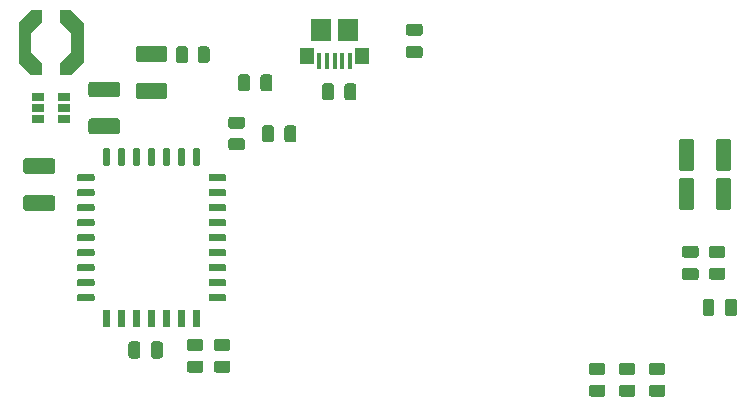
<source format=gbr>
G04 #@! TF.GenerationSoftware,KiCad,Pcbnew,5.1.5+dfsg1-2build2*
G04 #@! TF.CreationDate,2022-11-02T21:13:42+00:00*
G04 #@! TF.ProjectId,psion-speech-sp0256al2,7073696f-6e2d-4737-9065-6563682d7370,rev?*
G04 #@! TF.SameCoordinates,Original*
G04 #@! TF.FileFunction,Paste,Top*
G04 #@! TF.FilePolarity,Positive*
%FSLAX46Y46*%
G04 Gerber Fmt 4.6, Leading zero omitted, Abs format (unit mm)*
G04 Created by KiCad (PCBNEW 5.1.5+dfsg1-2build2) date 2022-11-02 21:13:42*
%MOMM*%
%LPD*%
G04 APERTURE LIST*
%ADD10C,0.100000*%
%ADD11R,1.060000X0.650000*%
%ADD12R,1.150000X1.450000*%
%ADD13R,1.750000X1.900000*%
%ADD14R,0.400000X1.400000*%
G04 APERTURE END LIST*
D10*
G36*
X103434504Y-122166204D02*
G01*
X103458773Y-122169804D01*
X103482571Y-122175765D01*
X103505671Y-122184030D01*
X103527849Y-122194520D01*
X103548893Y-122207133D01*
X103568598Y-122221747D01*
X103586777Y-122238223D01*
X103603253Y-122256402D01*
X103617867Y-122276107D01*
X103630480Y-122297151D01*
X103640970Y-122319329D01*
X103649235Y-122342429D01*
X103655196Y-122366227D01*
X103658796Y-122390496D01*
X103660000Y-122415000D01*
X103660000Y-123365000D01*
X103658796Y-123389504D01*
X103655196Y-123413773D01*
X103649235Y-123437571D01*
X103640970Y-123460671D01*
X103630480Y-123482849D01*
X103617867Y-123503893D01*
X103603253Y-123523598D01*
X103586777Y-123541777D01*
X103568598Y-123558253D01*
X103548893Y-123572867D01*
X103527849Y-123585480D01*
X103505671Y-123595970D01*
X103482571Y-123604235D01*
X103458773Y-123610196D01*
X103434504Y-123613796D01*
X103410000Y-123615000D01*
X102910000Y-123615000D01*
X102885496Y-123613796D01*
X102861227Y-123610196D01*
X102837429Y-123604235D01*
X102814329Y-123595970D01*
X102792151Y-123585480D01*
X102771107Y-123572867D01*
X102751402Y-123558253D01*
X102733223Y-123541777D01*
X102716747Y-123523598D01*
X102702133Y-123503893D01*
X102689520Y-123482849D01*
X102679030Y-123460671D01*
X102670765Y-123437571D01*
X102664804Y-123413773D01*
X102661204Y-123389504D01*
X102660000Y-123365000D01*
X102660000Y-122415000D01*
X102661204Y-122390496D01*
X102664804Y-122366227D01*
X102670765Y-122342429D01*
X102679030Y-122319329D01*
X102689520Y-122297151D01*
X102702133Y-122276107D01*
X102716747Y-122256402D01*
X102733223Y-122238223D01*
X102751402Y-122221747D01*
X102771107Y-122207133D01*
X102792151Y-122194520D01*
X102814329Y-122184030D01*
X102837429Y-122175765D01*
X102861227Y-122169804D01*
X102885496Y-122166204D01*
X102910000Y-122165000D01*
X103410000Y-122165000D01*
X103434504Y-122166204D01*
G37*
G36*
X105334504Y-122166204D02*
G01*
X105358773Y-122169804D01*
X105382571Y-122175765D01*
X105405671Y-122184030D01*
X105427849Y-122194520D01*
X105448893Y-122207133D01*
X105468598Y-122221747D01*
X105486777Y-122238223D01*
X105503253Y-122256402D01*
X105517867Y-122276107D01*
X105530480Y-122297151D01*
X105540970Y-122319329D01*
X105549235Y-122342429D01*
X105555196Y-122366227D01*
X105558796Y-122390496D01*
X105560000Y-122415000D01*
X105560000Y-123365000D01*
X105558796Y-123389504D01*
X105555196Y-123413773D01*
X105549235Y-123437571D01*
X105540970Y-123460671D01*
X105530480Y-123482849D01*
X105517867Y-123503893D01*
X105503253Y-123523598D01*
X105486777Y-123541777D01*
X105468598Y-123558253D01*
X105448893Y-123572867D01*
X105427849Y-123585480D01*
X105405671Y-123595970D01*
X105382571Y-123604235D01*
X105358773Y-123610196D01*
X105334504Y-123613796D01*
X105310000Y-123615000D01*
X104810000Y-123615000D01*
X104785496Y-123613796D01*
X104761227Y-123610196D01*
X104737429Y-123604235D01*
X104714329Y-123595970D01*
X104692151Y-123585480D01*
X104671107Y-123572867D01*
X104651402Y-123558253D01*
X104633223Y-123541777D01*
X104616747Y-123523598D01*
X104602133Y-123503893D01*
X104589520Y-123482849D01*
X104579030Y-123460671D01*
X104570765Y-123437571D01*
X104564804Y-123413773D01*
X104561204Y-123389504D01*
X104560000Y-123365000D01*
X104560000Y-122415000D01*
X104561204Y-122390496D01*
X104564804Y-122366227D01*
X104570765Y-122342429D01*
X104579030Y-122319329D01*
X104589520Y-122297151D01*
X104602133Y-122276107D01*
X104616747Y-122256402D01*
X104633223Y-122238223D01*
X104651402Y-122221747D01*
X104671107Y-122207133D01*
X104692151Y-122194520D01*
X104714329Y-122184030D01*
X104737429Y-122175765D01*
X104761227Y-122169804D01*
X104785496Y-122166204D01*
X104810000Y-122165000D01*
X105310000Y-122165000D01*
X105334504Y-122166204D01*
G37*
G36*
X63674505Y-106736204D02*
G01*
X63698773Y-106739804D01*
X63722572Y-106745765D01*
X63745671Y-106754030D01*
X63767850Y-106764520D01*
X63788893Y-106777132D01*
X63808599Y-106791747D01*
X63826777Y-106808223D01*
X63843253Y-106826401D01*
X63857868Y-106846107D01*
X63870480Y-106867150D01*
X63880970Y-106889329D01*
X63889235Y-106912428D01*
X63895196Y-106936227D01*
X63898796Y-106960495D01*
X63900000Y-106984999D01*
X63900000Y-107510001D01*
X63898796Y-107534505D01*
X63895196Y-107558773D01*
X63889235Y-107582572D01*
X63880970Y-107605671D01*
X63870480Y-107627850D01*
X63857868Y-107648893D01*
X63843253Y-107668599D01*
X63826777Y-107686777D01*
X63808599Y-107703253D01*
X63788893Y-107717868D01*
X63767850Y-107730480D01*
X63745671Y-107740970D01*
X63722572Y-107749235D01*
X63698773Y-107755196D01*
X63674505Y-107758796D01*
X63650001Y-107760000D01*
X62749999Y-107760000D01*
X62725495Y-107758796D01*
X62701227Y-107755196D01*
X62677428Y-107749235D01*
X62654329Y-107740970D01*
X62632150Y-107730480D01*
X62611107Y-107717868D01*
X62591401Y-107703253D01*
X62573223Y-107686777D01*
X62556747Y-107668599D01*
X62542132Y-107648893D01*
X62529520Y-107627850D01*
X62519030Y-107605671D01*
X62510765Y-107582572D01*
X62504804Y-107558773D01*
X62501204Y-107534505D01*
X62500000Y-107510001D01*
X62500000Y-106984999D01*
X62501204Y-106960495D01*
X62504804Y-106936227D01*
X62510765Y-106912428D01*
X62519030Y-106889329D01*
X62529520Y-106867150D01*
X62542132Y-106846107D01*
X62556747Y-106826401D01*
X62573223Y-106808223D01*
X62591401Y-106791747D01*
X62611107Y-106777132D01*
X62632150Y-106764520D01*
X62654329Y-106754030D01*
X62677428Y-106745765D01*
X62701227Y-106739804D01*
X62725495Y-106736204D01*
X62749999Y-106735000D01*
X63650001Y-106735000D01*
X63674505Y-106736204D01*
G37*
G36*
X63674505Y-108561204D02*
G01*
X63698773Y-108564804D01*
X63722572Y-108570765D01*
X63745671Y-108579030D01*
X63767850Y-108589520D01*
X63788893Y-108602132D01*
X63808599Y-108616747D01*
X63826777Y-108633223D01*
X63843253Y-108651401D01*
X63857868Y-108671107D01*
X63870480Y-108692150D01*
X63880970Y-108714329D01*
X63889235Y-108737428D01*
X63895196Y-108761227D01*
X63898796Y-108785495D01*
X63900000Y-108809999D01*
X63900000Y-109335001D01*
X63898796Y-109359505D01*
X63895196Y-109383773D01*
X63889235Y-109407572D01*
X63880970Y-109430671D01*
X63870480Y-109452850D01*
X63857868Y-109473893D01*
X63843253Y-109493599D01*
X63826777Y-109511777D01*
X63808599Y-109528253D01*
X63788893Y-109542868D01*
X63767850Y-109555480D01*
X63745671Y-109565970D01*
X63722572Y-109574235D01*
X63698773Y-109580196D01*
X63674505Y-109583796D01*
X63650001Y-109585000D01*
X62749999Y-109585000D01*
X62725495Y-109583796D01*
X62701227Y-109580196D01*
X62677428Y-109574235D01*
X62654329Y-109565970D01*
X62632150Y-109555480D01*
X62611107Y-109542868D01*
X62591401Y-109528253D01*
X62573223Y-109511777D01*
X62556747Y-109493599D01*
X62542132Y-109473893D01*
X62529520Y-109452850D01*
X62519030Y-109430671D01*
X62510765Y-109407572D01*
X62504804Y-109383773D01*
X62501204Y-109359505D01*
X62500000Y-109335001D01*
X62500000Y-108809999D01*
X62501204Y-108785495D01*
X62504804Y-108761227D01*
X62510765Y-108737428D01*
X62519030Y-108714329D01*
X62529520Y-108692150D01*
X62542132Y-108671107D01*
X62556747Y-108651401D01*
X62573223Y-108633223D01*
X62591401Y-108616747D01*
X62611107Y-108602132D01*
X62632150Y-108589520D01*
X62654329Y-108579030D01*
X62677428Y-108570765D01*
X62701227Y-108564804D01*
X62725495Y-108561204D01*
X62749999Y-108560000D01*
X63650001Y-108560000D01*
X63674505Y-108561204D01*
G37*
G36*
X104360505Y-117702204D02*
G01*
X104384773Y-117705804D01*
X104408572Y-117711765D01*
X104431671Y-117720030D01*
X104453850Y-117730520D01*
X104474893Y-117743132D01*
X104494599Y-117757747D01*
X104512777Y-117774223D01*
X104529253Y-117792401D01*
X104543868Y-117812107D01*
X104556480Y-117833150D01*
X104566970Y-117855329D01*
X104575235Y-117878428D01*
X104581196Y-117902227D01*
X104584796Y-117926495D01*
X104586000Y-117950999D01*
X104586000Y-118476001D01*
X104584796Y-118500505D01*
X104581196Y-118524773D01*
X104575235Y-118548572D01*
X104566970Y-118571671D01*
X104556480Y-118593850D01*
X104543868Y-118614893D01*
X104529253Y-118634599D01*
X104512777Y-118652777D01*
X104494599Y-118669253D01*
X104474893Y-118683868D01*
X104453850Y-118696480D01*
X104431671Y-118706970D01*
X104408572Y-118715235D01*
X104384773Y-118721196D01*
X104360505Y-118724796D01*
X104336001Y-118726000D01*
X103435999Y-118726000D01*
X103411495Y-118724796D01*
X103387227Y-118721196D01*
X103363428Y-118715235D01*
X103340329Y-118706970D01*
X103318150Y-118696480D01*
X103297107Y-118683868D01*
X103277401Y-118669253D01*
X103259223Y-118652777D01*
X103242747Y-118634599D01*
X103228132Y-118614893D01*
X103215520Y-118593850D01*
X103205030Y-118571671D01*
X103196765Y-118548572D01*
X103190804Y-118524773D01*
X103187204Y-118500505D01*
X103186000Y-118476001D01*
X103186000Y-117950999D01*
X103187204Y-117926495D01*
X103190804Y-117902227D01*
X103196765Y-117878428D01*
X103205030Y-117855329D01*
X103215520Y-117833150D01*
X103228132Y-117812107D01*
X103242747Y-117792401D01*
X103259223Y-117774223D01*
X103277401Y-117757747D01*
X103297107Y-117743132D01*
X103318150Y-117730520D01*
X103340329Y-117720030D01*
X103363428Y-117711765D01*
X103387227Y-117705804D01*
X103411495Y-117702204D01*
X103435999Y-117701000D01*
X104336001Y-117701000D01*
X104360505Y-117702204D01*
G37*
G36*
X104360505Y-119527204D02*
G01*
X104384773Y-119530804D01*
X104408572Y-119536765D01*
X104431671Y-119545030D01*
X104453850Y-119555520D01*
X104474893Y-119568132D01*
X104494599Y-119582747D01*
X104512777Y-119599223D01*
X104529253Y-119617401D01*
X104543868Y-119637107D01*
X104556480Y-119658150D01*
X104566970Y-119680329D01*
X104575235Y-119703428D01*
X104581196Y-119727227D01*
X104584796Y-119751495D01*
X104586000Y-119775999D01*
X104586000Y-120301001D01*
X104584796Y-120325505D01*
X104581196Y-120349773D01*
X104575235Y-120373572D01*
X104566970Y-120396671D01*
X104556480Y-120418850D01*
X104543868Y-120439893D01*
X104529253Y-120459599D01*
X104512777Y-120477777D01*
X104494599Y-120494253D01*
X104474893Y-120508868D01*
X104453850Y-120521480D01*
X104431671Y-120531970D01*
X104408572Y-120540235D01*
X104384773Y-120546196D01*
X104360505Y-120549796D01*
X104336001Y-120551000D01*
X103435999Y-120551000D01*
X103411495Y-120549796D01*
X103387227Y-120546196D01*
X103363428Y-120540235D01*
X103340329Y-120531970D01*
X103318150Y-120521480D01*
X103297107Y-120508868D01*
X103277401Y-120494253D01*
X103259223Y-120477777D01*
X103242747Y-120459599D01*
X103228132Y-120439893D01*
X103215520Y-120418850D01*
X103205030Y-120396671D01*
X103196765Y-120373572D01*
X103190804Y-120349773D01*
X103187204Y-120325505D01*
X103186000Y-120301001D01*
X103186000Y-119775999D01*
X103187204Y-119751495D01*
X103190804Y-119727227D01*
X103196765Y-119703428D01*
X103205030Y-119680329D01*
X103215520Y-119658150D01*
X103228132Y-119637107D01*
X103242747Y-119617401D01*
X103259223Y-119599223D01*
X103277401Y-119582747D01*
X103297107Y-119568132D01*
X103318150Y-119555520D01*
X103340329Y-119545030D01*
X103363428Y-119536765D01*
X103387227Y-119530804D01*
X103411495Y-119527204D01*
X103435999Y-119526000D01*
X104336001Y-119526000D01*
X104360505Y-119527204D01*
G37*
G36*
X101744505Y-108633204D02*
G01*
X101768773Y-108636804D01*
X101792572Y-108642765D01*
X101815671Y-108651030D01*
X101837850Y-108661520D01*
X101858893Y-108674132D01*
X101878599Y-108688747D01*
X101896777Y-108705223D01*
X101913253Y-108723401D01*
X101927868Y-108743107D01*
X101940480Y-108764150D01*
X101950970Y-108786329D01*
X101959235Y-108809428D01*
X101965196Y-108833227D01*
X101968796Y-108857495D01*
X101970000Y-108881999D01*
X101970000Y-111082001D01*
X101968796Y-111106505D01*
X101965196Y-111130773D01*
X101959235Y-111154572D01*
X101950970Y-111177671D01*
X101940480Y-111199850D01*
X101927868Y-111220893D01*
X101913253Y-111240599D01*
X101896777Y-111258777D01*
X101878599Y-111275253D01*
X101858893Y-111289868D01*
X101837850Y-111302480D01*
X101815671Y-111312970D01*
X101792572Y-111321235D01*
X101768773Y-111327196D01*
X101744505Y-111330796D01*
X101720001Y-111332000D01*
X100894999Y-111332000D01*
X100870495Y-111330796D01*
X100846227Y-111327196D01*
X100822428Y-111321235D01*
X100799329Y-111312970D01*
X100777150Y-111302480D01*
X100756107Y-111289868D01*
X100736401Y-111275253D01*
X100718223Y-111258777D01*
X100701747Y-111240599D01*
X100687132Y-111220893D01*
X100674520Y-111199850D01*
X100664030Y-111177671D01*
X100655765Y-111154572D01*
X100649804Y-111130773D01*
X100646204Y-111106505D01*
X100645000Y-111082001D01*
X100645000Y-108881999D01*
X100646204Y-108857495D01*
X100649804Y-108833227D01*
X100655765Y-108809428D01*
X100664030Y-108786329D01*
X100674520Y-108764150D01*
X100687132Y-108743107D01*
X100701747Y-108723401D01*
X100718223Y-108705223D01*
X100736401Y-108688747D01*
X100756107Y-108674132D01*
X100777150Y-108661520D01*
X100799329Y-108651030D01*
X100822428Y-108642765D01*
X100846227Y-108636804D01*
X100870495Y-108633204D01*
X100894999Y-108632000D01*
X101720001Y-108632000D01*
X101744505Y-108633204D01*
G37*
G36*
X104869505Y-108633204D02*
G01*
X104893773Y-108636804D01*
X104917572Y-108642765D01*
X104940671Y-108651030D01*
X104962850Y-108661520D01*
X104983893Y-108674132D01*
X105003599Y-108688747D01*
X105021777Y-108705223D01*
X105038253Y-108723401D01*
X105052868Y-108743107D01*
X105065480Y-108764150D01*
X105075970Y-108786329D01*
X105084235Y-108809428D01*
X105090196Y-108833227D01*
X105093796Y-108857495D01*
X105095000Y-108881999D01*
X105095000Y-111082001D01*
X105093796Y-111106505D01*
X105090196Y-111130773D01*
X105084235Y-111154572D01*
X105075970Y-111177671D01*
X105065480Y-111199850D01*
X105052868Y-111220893D01*
X105038253Y-111240599D01*
X105021777Y-111258777D01*
X105003599Y-111275253D01*
X104983893Y-111289868D01*
X104962850Y-111302480D01*
X104940671Y-111312970D01*
X104917572Y-111321235D01*
X104893773Y-111327196D01*
X104869505Y-111330796D01*
X104845001Y-111332000D01*
X104019999Y-111332000D01*
X103995495Y-111330796D01*
X103971227Y-111327196D01*
X103947428Y-111321235D01*
X103924329Y-111312970D01*
X103902150Y-111302480D01*
X103881107Y-111289868D01*
X103861401Y-111275253D01*
X103843223Y-111258777D01*
X103826747Y-111240599D01*
X103812132Y-111220893D01*
X103799520Y-111199850D01*
X103789030Y-111177671D01*
X103780765Y-111154572D01*
X103774804Y-111130773D01*
X103771204Y-111106505D01*
X103770000Y-111082001D01*
X103770000Y-108881999D01*
X103771204Y-108857495D01*
X103774804Y-108833227D01*
X103780765Y-108809428D01*
X103789030Y-108786329D01*
X103799520Y-108764150D01*
X103812132Y-108743107D01*
X103826747Y-108723401D01*
X103843223Y-108705223D01*
X103861401Y-108688747D01*
X103881107Y-108674132D01*
X103902150Y-108661520D01*
X103924329Y-108651030D01*
X103947428Y-108642765D01*
X103971227Y-108636804D01*
X103995495Y-108633204D01*
X104019999Y-108632000D01*
X104845001Y-108632000D01*
X104869505Y-108633204D01*
G37*
G36*
X104869505Y-111935204D02*
G01*
X104893773Y-111938804D01*
X104917572Y-111944765D01*
X104940671Y-111953030D01*
X104962850Y-111963520D01*
X104983893Y-111976132D01*
X105003599Y-111990747D01*
X105021777Y-112007223D01*
X105038253Y-112025401D01*
X105052868Y-112045107D01*
X105065480Y-112066150D01*
X105075970Y-112088329D01*
X105084235Y-112111428D01*
X105090196Y-112135227D01*
X105093796Y-112159495D01*
X105095000Y-112183999D01*
X105095000Y-114384001D01*
X105093796Y-114408505D01*
X105090196Y-114432773D01*
X105084235Y-114456572D01*
X105075970Y-114479671D01*
X105065480Y-114501850D01*
X105052868Y-114522893D01*
X105038253Y-114542599D01*
X105021777Y-114560777D01*
X105003599Y-114577253D01*
X104983893Y-114591868D01*
X104962850Y-114604480D01*
X104940671Y-114614970D01*
X104917572Y-114623235D01*
X104893773Y-114629196D01*
X104869505Y-114632796D01*
X104845001Y-114634000D01*
X104019999Y-114634000D01*
X103995495Y-114632796D01*
X103971227Y-114629196D01*
X103947428Y-114623235D01*
X103924329Y-114614970D01*
X103902150Y-114604480D01*
X103881107Y-114591868D01*
X103861401Y-114577253D01*
X103843223Y-114560777D01*
X103826747Y-114542599D01*
X103812132Y-114522893D01*
X103799520Y-114501850D01*
X103789030Y-114479671D01*
X103780765Y-114456572D01*
X103774804Y-114432773D01*
X103771204Y-114408505D01*
X103770000Y-114384001D01*
X103770000Y-112183999D01*
X103771204Y-112159495D01*
X103774804Y-112135227D01*
X103780765Y-112111428D01*
X103789030Y-112088329D01*
X103799520Y-112066150D01*
X103812132Y-112045107D01*
X103826747Y-112025401D01*
X103843223Y-112007223D01*
X103861401Y-111990747D01*
X103881107Y-111976132D01*
X103902150Y-111963520D01*
X103924329Y-111953030D01*
X103947428Y-111944765D01*
X103971227Y-111938804D01*
X103995495Y-111935204D01*
X104019999Y-111934000D01*
X104845001Y-111934000D01*
X104869505Y-111935204D01*
G37*
G36*
X101744505Y-111935204D02*
G01*
X101768773Y-111938804D01*
X101792572Y-111944765D01*
X101815671Y-111953030D01*
X101837850Y-111963520D01*
X101858893Y-111976132D01*
X101878599Y-111990747D01*
X101896777Y-112007223D01*
X101913253Y-112025401D01*
X101927868Y-112045107D01*
X101940480Y-112066150D01*
X101950970Y-112088329D01*
X101959235Y-112111428D01*
X101965196Y-112135227D01*
X101968796Y-112159495D01*
X101970000Y-112183999D01*
X101970000Y-114384001D01*
X101968796Y-114408505D01*
X101965196Y-114432773D01*
X101959235Y-114456572D01*
X101950970Y-114479671D01*
X101940480Y-114501850D01*
X101927868Y-114522893D01*
X101913253Y-114542599D01*
X101896777Y-114560777D01*
X101878599Y-114577253D01*
X101858893Y-114591868D01*
X101837850Y-114604480D01*
X101815671Y-114614970D01*
X101792572Y-114623235D01*
X101768773Y-114629196D01*
X101744505Y-114632796D01*
X101720001Y-114634000D01*
X100894999Y-114634000D01*
X100870495Y-114632796D01*
X100846227Y-114629196D01*
X100822428Y-114623235D01*
X100799329Y-114614970D01*
X100777150Y-114604480D01*
X100756107Y-114591868D01*
X100736401Y-114577253D01*
X100718223Y-114560777D01*
X100701747Y-114542599D01*
X100687132Y-114522893D01*
X100674520Y-114501850D01*
X100664030Y-114479671D01*
X100655765Y-114456572D01*
X100649804Y-114432773D01*
X100646204Y-114408505D01*
X100645000Y-114384001D01*
X100645000Y-112183999D01*
X100646204Y-112159495D01*
X100649804Y-112135227D01*
X100655765Y-112111428D01*
X100664030Y-112088329D01*
X100674520Y-112066150D01*
X100687132Y-112045107D01*
X100701747Y-112025401D01*
X100718223Y-112007223D01*
X100736401Y-111990747D01*
X100756107Y-111976132D01*
X100777150Y-111963520D01*
X100799329Y-111953030D01*
X100822428Y-111944765D01*
X100846227Y-111938804D01*
X100870495Y-111935204D01*
X100894999Y-111934000D01*
X101720001Y-111934000D01*
X101744505Y-111935204D01*
G37*
G36*
X68026504Y-107480204D02*
G01*
X68050773Y-107483804D01*
X68074571Y-107489765D01*
X68097671Y-107498030D01*
X68119849Y-107508520D01*
X68140893Y-107521133D01*
X68160598Y-107535747D01*
X68178777Y-107552223D01*
X68195253Y-107570402D01*
X68209867Y-107590107D01*
X68222480Y-107611151D01*
X68232970Y-107633329D01*
X68241235Y-107656429D01*
X68247196Y-107680227D01*
X68250796Y-107704496D01*
X68252000Y-107729000D01*
X68252000Y-108679000D01*
X68250796Y-108703504D01*
X68247196Y-108727773D01*
X68241235Y-108751571D01*
X68232970Y-108774671D01*
X68222480Y-108796849D01*
X68209867Y-108817893D01*
X68195253Y-108837598D01*
X68178777Y-108855777D01*
X68160598Y-108872253D01*
X68140893Y-108886867D01*
X68119849Y-108899480D01*
X68097671Y-108909970D01*
X68074571Y-108918235D01*
X68050773Y-108924196D01*
X68026504Y-108927796D01*
X68002000Y-108929000D01*
X67502000Y-108929000D01*
X67477496Y-108927796D01*
X67453227Y-108924196D01*
X67429429Y-108918235D01*
X67406329Y-108909970D01*
X67384151Y-108899480D01*
X67363107Y-108886867D01*
X67343402Y-108872253D01*
X67325223Y-108855777D01*
X67308747Y-108837598D01*
X67294133Y-108817893D01*
X67281520Y-108796849D01*
X67271030Y-108774671D01*
X67262765Y-108751571D01*
X67256804Y-108727773D01*
X67253204Y-108703504D01*
X67252000Y-108679000D01*
X67252000Y-107729000D01*
X67253204Y-107704496D01*
X67256804Y-107680227D01*
X67262765Y-107656429D01*
X67271030Y-107633329D01*
X67281520Y-107611151D01*
X67294133Y-107590107D01*
X67308747Y-107570402D01*
X67325223Y-107552223D01*
X67343402Y-107535747D01*
X67363107Y-107521133D01*
X67384151Y-107508520D01*
X67406329Y-107498030D01*
X67429429Y-107489765D01*
X67453227Y-107483804D01*
X67477496Y-107480204D01*
X67502000Y-107479000D01*
X68002000Y-107479000D01*
X68026504Y-107480204D01*
G37*
G36*
X66126504Y-107480204D02*
G01*
X66150773Y-107483804D01*
X66174571Y-107489765D01*
X66197671Y-107498030D01*
X66219849Y-107508520D01*
X66240893Y-107521133D01*
X66260598Y-107535747D01*
X66278777Y-107552223D01*
X66295253Y-107570402D01*
X66309867Y-107590107D01*
X66322480Y-107611151D01*
X66332970Y-107633329D01*
X66341235Y-107656429D01*
X66347196Y-107680227D01*
X66350796Y-107704496D01*
X66352000Y-107729000D01*
X66352000Y-108679000D01*
X66350796Y-108703504D01*
X66347196Y-108727773D01*
X66341235Y-108751571D01*
X66332970Y-108774671D01*
X66322480Y-108796849D01*
X66309867Y-108817893D01*
X66295253Y-108837598D01*
X66278777Y-108855777D01*
X66260598Y-108872253D01*
X66240893Y-108886867D01*
X66219849Y-108899480D01*
X66197671Y-108909970D01*
X66174571Y-108918235D01*
X66150773Y-108924196D01*
X66126504Y-108927796D01*
X66102000Y-108929000D01*
X65602000Y-108929000D01*
X65577496Y-108927796D01*
X65553227Y-108924196D01*
X65529429Y-108918235D01*
X65506329Y-108909970D01*
X65484151Y-108899480D01*
X65463107Y-108886867D01*
X65443402Y-108872253D01*
X65425223Y-108855777D01*
X65408747Y-108837598D01*
X65394133Y-108817893D01*
X65381520Y-108796849D01*
X65371030Y-108774671D01*
X65362765Y-108751571D01*
X65356804Y-108727773D01*
X65353204Y-108703504D01*
X65352000Y-108679000D01*
X65352000Y-107729000D01*
X65353204Y-107704496D01*
X65356804Y-107680227D01*
X65362765Y-107656429D01*
X65371030Y-107633329D01*
X65381520Y-107611151D01*
X65394133Y-107590107D01*
X65408747Y-107570402D01*
X65425223Y-107552223D01*
X65443402Y-107535747D01*
X65463107Y-107521133D01*
X65484151Y-107508520D01*
X65506329Y-107498030D01*
X65529429Y-107489765D01*
X65553227Y-107483804D01*
X65577496Y-107480204D01*
X65602000Y-107479000D01*
X66102000Y-107479000D01*
X66126504Y-107480204D01*
G37*
G36*
X65994504Y-103162204D02*
G01*
X66018773Y-103165804D01*
X66042571Y-103171765D01*
X66065671Y-103180030D01*
X66087849Y-103190520D01*
X66108893Y-103203133D01*
X66128598Y-103217747D01*
X66146777Y-103234223D01*
X66163253Y-103252402D01*
X66177867Y-103272107D01*
X66190480Y-103293151D01*
X66200970Y-103315329D01*
X66209235Y-103338429D01*
X66215196Y-103362227D01*
X66218796Y-103386496D01*
X66220000Y-103411000D01*
X66220000Y-104361000D01*
X66218796Y-104385504D01*
X66215196Y-104409773D01*
X66209235Y-104433571D01*
X66200970Y-104456671D01*
X66190480Y-104478849D01*
X66177867Y-104499893D01*
X66163253Y-104519598D01*
X66146777Y-104537777D01*
X66128598Y-104554253D01*
X66108893Y-104568867D01*
X66087849Y-104581480D01*
X66065671Y-104591970D01*
X66042571Y-104600235D01*
X66018773Y-104606196D01*
X65994504Y-104609796D01*
X65970000Y-104611000D01*
X65470000Y-104611000D01*
X65445496Y-104609796D01*
X65421227Y-104606196D01*
X65397429Y-104600235D01*
X65374329Y-104591970D01*
X65352151Y-104581480D01*
X65331107Y-104568867D01*
X65311402Y-104554253D01*
X65293223Y-104537777D01*
X65276747Y-104519598D01*
X65262133Y-104499893D01*
X65249520Y-104478849D01*
X65239030Y-104456671D01*
X65230765Y-104433571D01*
X65224804Y-104409773D01*
X65221204Y-104385504D01*
X65220000Y-104361000D01*
X65220000Y-103411000D01*
X65221204Y-103386496D01*
X65224804Y-103362227D01*
X65230765Y-103338429D01*
X65239030Y-103315329D01*
X65249520Y-103293151D01*
X65262133Y-103272107D01*
X65276747Y-103252402D01*
X65293223Y-103234223D01*
X65311402Y-103217747D01*
X65331107Y-103203133D01*
X65352151Y-103190520D01*
X65374329Y-103180030D01*
X65397429Y-103171765D01*
X65421227Y-103165804D01*
X65445496Y-103162204D01*
X65470000Y-103161000D01*
X65970000Y-103161000D01*
X65994504Y-103162204D01*
G37*
G36*
X64094504Y-103162204D02*
G01*
X64118773Y-103165804D01*
X64142571Y-103171765D01*
X64165671Y-103180030D01*
X64187849Y-103190520D01*
X64208893Y-103203133D01*
X64228598Y-103217747D01*
X64246777Y-103234223D01*
X64263253Y-103252402D01*
X64277867Y-103272107D01*
X64290480Y-103293151D01*
X64300970Y-103315329D01*
X64309235Y-103338429D01*
X64315196Y-103362227D01*
X64318796Y-103386496D01*
X64320000Y-103411000D01*
X64320000Y-104361000D01*
X64318796Y-104385504D01*
X64315196Y-104409773D01*
X64309235Y-104433571D01*
X64300970Y-104456671D01*
X64290480Y-104478849D01*
X64277867Y-104499893D01*
X64263253Y-104519598D01*
X64246777Y-104537777D01*
X64228598Y-104554253D01*
X64208893Y-104568867D01*
X64187849Y-104581480D01*
X64165671Y-104591970D01*
X64142571Y-104600235D01*
X64118773Y-104606196D01*
X64094504Y-104609796D01*
X64070000Y-104611000D01*
X63570000Y-104611000D01*
X63545496Y-104609796D01*
X63521227Y-104606196D01*
X63497429Y-104600235D01*
X63474329Y-104591970D01*
X63452151Y-104581480D01*
X63431107Y-104568867D01*
X63411402Y-104554253D01*
X63393223Y-104537777D01*
X63376747Y-104519598D01*
X63362133Y-104499893D01*
X63349520Y-104478849D01*
X63339030Y-104456671D01*
X63330765Y-104433571D01*
X63324804Y-104409773D01*
X63321204Y-104385504D01*
X63320000Y-104361000D01*
X63320000Y-103411000D01*
X63321204Y-103386496D01*
X63324804Y-103362227D01*
X63330765Y-103338429D01*
X63339030Y-103315329D01*
X63349520Y-103293151D01*
X63362133Y-103272107D01*
X63376747Y-103252402D01*
X63393223Y-103234223D01*
X63411402Y-103217747D01*
X63431107Y-103203133D01*
X63452151Y-103190520D01*
X63474329Y-103180030D01*
X63497429Y-103171765D01*
X63521227Y-103165804D01*
X63545496Y-103162204D01*
X63570000Y-103161000D01*
X64070000Y-103161000D01*
X64094504Y-103162204D01*
G37*
D11*
X48600000Y-106000000D03*
X48600000Y-105050000D03*
X48600000Y-106950000D03*
X46400000Y-106950000D03*
X46400000Y-106000000D03*
X46400000Y-105050000D03*
D10*
G36*
X57434703Y-109425722D02*
G01*
X57449264Y-109427882D01*
X57463543Y-109431459D01*
X57477403Y-109436418D01*
X57490710Y-109442712D01*
X57503336Y-109450280D01*
X57515159Y-109459048D01*
X57526066Y-109468934D01*
X57535952Y-109479841D01*
X57544720Y-109491664D01*
X57552288Y-109504290D01*
X57558582Y-109517597D01*
X57563541Y-109531457D01*
X57567118Y-109545736D01*
X57569278Y-109560297D01*
X57570000Y-109575000D01*
X57570000Y-110750000D01*
X57569278Y-110764703D01*
X57567118Y-110779264D01*
X57563541Y-110793543D01*
X57558582Y-110807403D01*
X57552288Y-110820710D01*
X57544720Y-110833336D01*
X57535952Y-110845159D01*
X57526066Y-110856066D01*
X57515159Y-110865952D01*
X57503336Y-110874720D01*
X57490710Y-110882288D01*
X57477403Y-110888582D01*
X57463543Y-110893541D01*
X57449264Y-110897118D01*
X57434703Y-110899278D01*
X57420000Y-110900000D01*
X57120000Y-110900000D01*
X57105297Y-110899278D01*
X57090736Y-110897118D01*
X57076457Y-110893541D01*
X57062597Y-110888582D01*
X57049290Y-110882288D01*
X57036664Y-110874720D01*
X57024841Y-110865952D01*
X57013934Y-110856066D01*
X57004048Y-110845159D01*
X56995280Y-110833336D01*
X56987712Y-110820710D01*
X56981418Y-110807403D01*
X56976459Y-110793543D01*
X56972882Y-110779264D01*
X56970722Y-110764703D01*
X56970000Y-110750000D01*
X56970000Y-109575000D01*
X56970722Y-109560297D01*
X56972882Y-109545736D01*
X56976459Y-109531457D01*
X56981418Y-109517597D01*
X56987712Y-109504290D01*
X56995280Y-109491664D01*
X57004048Y-109479841D01*
X57013934Y-109468934D01*
X57024841Y-109459048D01*
X57036664Y-109450280D01*
X57049290Y-109442712D01*
X57062597Y-109436418D01*
X57076457Y-109431459D01*
X57090736Y-109427882D01*
X57105297Y-109425722D01*
X57120000Y-109425000D01*
X57420000Y-109425000D01*
X57434703Y-109425722D01*
G37*
G36*
X58704703Y-109425722D02*
G01*
X58719264Y-109427882D01*
X58733543Y-109431459D01*
X58747403Y-109436418D01*
X58760710Y-109442712D01*
X58773336Y-109450280D01*
X58785159Y-109459048D01*
X58796066Y-109468934D01*
X58805952Y-109479841D01*
X58814720Y-109491664D01*
X58822288Y-109504290D01*
X58828582Y-109517597D01*
X58833541Y-109531457D01*
X58837118Y-109545736D01*
X58839278Y-109560297D01*
X58840000Y-109575000D01*
X58840000Y-110750000D01*
X58839278Y-110764703D01*
X58837118Y-110779264D01*
X58833541Y-110793543D01*
X58828582Y-110807403D01*
X58822288Y-110820710D01*
X58814720Y-110833336D01*
X58805952Y-110845159D01*
X58796066Y-110856066D01*
X58785159Y-110865952D01*
X58773336Y-110874720D01*
X58760710Y-110882288D01*
X58747403Y-110888582D01*
X58733543Y-110893541D01*
X58719264Y-110897118D01*
X58704703Y-110899278D01*
X58690000Y-110900000D01*
X58390000Y-110900000D01*
X58375297Y-110899278D01*
X58360736Y-110897118D01*
X58346457Y-110893541D01*
X58332597Y-110888582D01*
X58319290Y-110882288D01*
X58306664Y-110874720D01*
X58294841Y-110865952D01*
X58283934Y-110856066D01*
X58274048Y-110845159D01*
X58265280Y-110833336D01*
X58257712Y-110820710D01*
X58251418Y-110807403D01*
X58246459Y-110793543D01*
X58242882Y-110779264D01*
X58240722Y-110764703D01*
X58240000Y-110750000D01*
X58240000Y-109575000D01*
X58240722Y-109560297D01*
X58242882Y-109545736D01*
X58246459Y-109531457D01*
X58251418Y-109517597D01*
X58257712Y-109504290D01*
X58265280Y-109491664D01*
X58274048Y-109479841D01*
X58283934Y-109468934D01*
X58294841Y-109459048D01*
X58306664Y-109450280D01*
X58319290Y-109442712D01*
X58332597Y-109436418D01*
X58346457Y-109431459D01*
X58360736Y-109427882D01*
X58375297Y-109425722D01*
X58390000Y-109425000D01*
X58690000Y-109425000D01*
X58704703Y-109425722D01*
G37*
G36*
X59974703Y-109425722D02*
G01*
X59989264Y-109427882D01*
X60003543Y-109431459D01*
X60017403Y-109436418D01*
X60030710Y-109442712D01*
X60043336Y-109450280D01*
X60055159Y-109459048D01*
X60066066Y-109468934D01*
X60075952Y-109479841D01*
X60084720Y-109491664D01*
X60092288Y-109504290D01*
X60098582Y-109517597D01*
X60103541Y-109531457D01*
X60107118Y-109545736D01*
X60109278Y-109560297D01*
X60110000Y-109575000D01*
X60110000Y-110750000D01*
X60109278Y-110764703D01*
X60107118Y-110779264D01*
X60103541Y-110793543D01*
X60098582Y-110807403D01*
X60092288Y-110820710D01*
X60084720Y-110833336D01*
X60075952Y-110845159D01*
X60066066Y-110856066D01*
X60055159Y-110865952D01*
X60043336Y-110874720D01*
X60030710Y-110882288D01*
X60017403Y-110888582D01*
X60003543Y-110893541D01*
X59989264Y-110897118D01*
X59974703Y-110899278D01*
X59960000Y-110900000D01*
X59660000Y-110900000D01*
X59645297Y-110899278D01*
X59630736Y-110897118D01*
X59616457Y-110893541D01*
X59602597Y-110888582D01*
X59589290Y-110882288D01*
X59576664Y-110874720D01*
X59564841Y-110865952D01*
X59553934Y-110856066D01*
X59544048Y-110845159D01*
X59535280Y-110833336D01*
X59527712Y-110820710D01*
X59521418Y-110807403D01*
X59516459Y-110793543D01*
X59512882Y-110779264D01*
X59510722Y-110764703D01*
X59510000Y-110750000D01*
X59510000Y-109575000D01*
X59510722Y-109560297D01*
X59512882Y-109545736D01*
X59516459Y-109531457D01*
X59521418Y-109517597D01*
X59527712Y-109504290D01*
X59535280Y-109491664D01*
X59544048Y-109479841D01*
X59553934Y-109468934D01*
X59564841Y-109459048D01*
X59576664Y-109450280D01*
X59589290Y-109442712D01*
X59602597Y-109436418D01*
X59616457Y-109431459D01*
X59630736Y-109427882D01*
X59645297Y-109425722D01*
X59660000Y-109425000D01*
X59960000Y-109425000D01*
X59974703Y-109425722D01*
G37*
G36*
X62164703Y-111620722D02*
G01*
X62179264Y-111622882D01*
X62193543Y-111626459D01*
X62207403Y-111631418D01*
X62220710Y-111637712D01*
X62233336Y-111645280D01*
X62245159Y-111654048D01*
X62256066Y-111663934D01*
X62265952Y-111674841D01*
X62274720Y-111686664D01*
X62282288Y-111699290D01*
X62288582Y-111712597D01*
X62293541Y-111726457D01*
X62297118Y-111740736D01*
X62299278Y-111755297D01*
X62300000Y-111770000D01*
X62300000Y-112070000D01*
X62299278Y-112084703D01*
X62297118Y-112099264D01*
X62293541Y-112113543D01*
X62288582Y-112127403D01*
X62282288Y-112140710D01*
X62274720Y-112153336D01*
X62265952Y-112165159D01*
X62256066Y-112176066D01*
X62245159Y-112185952D01*
X62233336Y-112194720D01*
X62220710Y-112202288D01*
X62207403Y-112208582D01*
X62193543Y-112213541D01*
X62179264Y-112217118D01*
X62164703Y-112219278D01*
X62150000Y-112220000D01*
X60975000Y-112220000D01*
X60960297Y-112219278D01*
X60945736Y-112217118D01*
X60931457Y-112213541D01*
X60917597Y-112208582D01*
X60904290Y-112202288D01*
X60891664Y-112194720D01*
X60879841Y-112185952D01*
X60868934Y-112176066D01*
X60859048Y-112165159D01*
X60850280Y-112153336D01*
X60842712Y-112140710D01*
X60836418Y-112127403D01*
X60831459Y-112113543D01*
X60827882Y-112099264D01*
X60825722Y-112084703D01*
X60825000Y-112070000D01*
X60825000Y-111770000D01*
X60825722Y-111755297D01*
X60827882Y-111740736D01*
X60831459Y-111726457D01*
X60836418Y-111712597D01*
X60842712Y-111699290D01*
X60850280Y-111686664D01*
X60859048Y-111674841D01*
X60868934Y-111663934D01*
X60879841Y-111654048D01*
X60891664Y-111645280D01*
X60904290Y-111637712D01*
X60917597Y-111631418D01*
X60931457Y-111626459D01*
X60945736Y-111622882D01*
X60960297Y-111620722D01*
X60975000Y-111620000D01*
X62150000Y-111620000D01*
X62164703Y-111620722D01*
G37*
G36*
X62164703Y-112890722D02*
G01*
X62179264Y-112892882D01*
X62193543Y-112896459D01*
X62207403Y-112901418D01*
X62220710Y-112907712D01*
X62233336Y-112915280D01*
X62245159Y-112924048D01*
X62256066Y-112933934D01*
X62265952Y-112944841D01*
X62274720Y-112956664D01*
X62282288Y-112969290D01*
X62288582Y-112982597D01*
X62293541Y-112996457D01*
X62297118Y-113010736D01*
X62299278Y-113025297D01*
X62300000Y-113040000D01*
X62300000Y-113340000D01*
X62299278Y-113354703D01*
X62297118Y-113369264D01*
X62293541Y-113383543D01*
X62288582Y-113397403D01*
X62282288Y-113410710D01*
X62274720Y-113423336D01*
X62265952Y-113435159D01*
X62256066Y-113446066D01*
X62245159Y-113455952D01*
X62233336Y-113464720D01*
X62220710Y-113472288D01*
X62207403Y-113478582D01*
X62193543Y-113483541D01*
X62179264Y-113487118D01*
X62164703Y-113489278D01*
X62150000Y-113490000D01*
X60975000Y-113490000D01*
X60960297Y-113489278D01*
X60945736Y-113487118D01*
X60931457Y-113483541D01*
X60917597Y-113478582D01*
X60904290Y-113472288D01*
X60891664Y-113464720D01*
X60879841Y-113455952D01*
X60868934Y-113446066D01*
X60859048Y-113435159D01*
X60850280Y-113423336D01*
X60842712Y-113410710D01*
X60836418Y-113397403D01*
X60831459Y-113383543D01*
X60827882Y-113369264D01*
X60825722Y-113354703D01*
X60825000Y-113340000D01*
X60825000Y-113040000D01*
X60825722Y-113025297D01*
X60827882Y-113010736D01*
X60831459Y-112996457D01*
X60836418Y-112982597D01*
X60842712Y-112969290D01*
X60850280Y-112956664D01*
X60859048Y-112944841D01*
X60868934Y-112933934D01*
X60879841Y-112924048D01*
X60891664Y-112915280D01*
X60904290Y-112907712D01*
X60917597Y-112901418D01*
X60931457Y-112896459D01*
X60945736Y-112892882D01*
X60960297Y-112890722D01*
X60975000Y-112890000D01*
X62150000Y-112890000D01*
X62164703Y-112890722D01*
G37*
G36*
X62164703Y-114160722D02*
G01*
X62179264Y-114162882D01*
X62193543Y-114166459D01*
X62207403Y-114171418D01*
X62220710Y-114177712D01*
X62233336Y-114185280D01*
X62245159Y-114194048D01*
X62256066Y-114203934D01*
X62265952Y-114214841D01*
X62274720Y-114226664D01*
X62282288Y-114239290D01*
X62288582Y-114252597D01*
X62293541Y-114266457D01*
X62297118Y-114280736D01*
X62299278Y-114295297D01*
X62300000Y-114310000D01*
X62300000Y-114610000D01*
X62299278Y-114624703D01*
X62297118Y-114639264D01*
X62293541Y-114653543D01*
X62288582Y-114667403D01*
X62282288Y-114680710D01*
X62274720Y-114693336D01*
X62265952Y-114705159D01*
X62256066Y-114716066D01*
X62245159Y-114725952D01*
X62233336Y-114734720D01*
X62220710Y-114742288D01*
X62207403Y-114748582D01*
X62193543Y-114753541D01*
X62179264Y-114757118D01*
X62164703Y-114759278D01*
X62150000Y-114760000D01*
X60975000Y-114760000D01*
X60960297Y-114759278D01*
X60945736Y-114757118D01*
X60931457Y-114753541D01*
X60917597Y-114748582D01*
X60904290Y-114742288D01*
X60891664Y-114734720D01*
X60879841Y-114725952D01*
X60868934Y-114716066D01*
X60859048Y-114705159D01*
X60850280Y-114693336D01*
X60842712Y-114680710D01*
X60836418Y-114667403D01*
X60831459Y-114653543D01*
X60827882Y-114639264D01*
X60825722Y-114624703D01*
X60825000Y-114610000D01*
X60825000Y-114310000D01*
X60825722Y-114295297D01*
X60827882Y-114280736D01*
X60831459Y-114266457D01*
X60836418Y-114252597D01*
X60842712Y-114239290D01*
X60850280Y-114226664D01*
X60859048Y-114214841D01*
X60868934Y-114203934D01*
X60879841Y-114194048D01*
X60891664Y-114185280D01*
X60904290Y-114177712D01*
X60917597Y-114171418D01*
X60931457Y-114166459D01*
X60945736Y-114162882D01*
X60960297Y-114160722D01*
X60975000Y-114160000D01*
X62150000Y-114160000D01*
X62164703Y-114160722D01*
G37*
G36*
X62164703Y-115430722D02*
G01*
X62179264Y-115432882D01*
X62193543Y-115436459D01*
X62207403Y-115441418D01*
X62220710Y-115447712D01*
X62233336Y-115455280D01*
X62245159Y-115464048D01*
X62256066Y-115473934D01*
X62265952Y-115484841D01*
X62274720Y-115496664D01*
X62282288Y-115509290D01*
X62288582Y-115522597D01*
X62293541Y-115536457D01*
X62297118Y-115550736D01*
X62299278Y-115565297D01*
X62300000Y-115580000D01*
X62300000Y-115880000D01*
X62299278Y-115894703D01*
X62297118Y-115909264D01*
X62293541Y-115923543D01*
X62288582Y-115937403D01*
X62282288Y-115950710D01*
X62274720Y-115963336D01*
X62265952Y-115975159D01*
X62256066Y-115986066D01*
X62245159Y-115995952D01*
X62233336Y-116004720D01*
X62220710Y-116012288D01*
X62207403Y-116018582D01*
X62193543Y-116023541D01*
X62179264Y-116027118D01*
X62164703Y-116029278D01*
X62150000Y-116030000D01*
X60975000Y-116030000D01*
X60960297Y-116029278D01*
X60945736Y-116027118D01*
X60931457Y-116023541D01*
X60917597Y-116018582D01*
X60904290Y-116012288D01*
X60891664Y-116004720D01*
X60879841Y-115995952D01*
X60868934Y-115986066D01*
X60859048Y-115975159D01*
X60850280Y-115963336D01*
X60842712Y-115950710D01*
X60836418Y-115937403D01*
X60831459Y-115923543D01*
X60827882Y-115909264D01*
X60825722Y-115894703D01*
X60825000Y-115880000D01*
X60825000Y-115580000D01*
X60825722Y-115565297D01*
X60827882Y-115550736D01*
X60831459Y-115536457D01*
X60836418Y-115522597D01*
X60842712Y-115509290D01*
X60850280Y-115496664D01*
X60859048Y-115484841D01*
X60868934Y-115473934D01*
X60879841Y-115464048D01*
X60891664Y-115455280D01*
X60904290Y-115447712D01*
X60917597Y-115441418D01*
X60931457Y-115436459D01*
X60945736Y-115432882D01*
X60960297Y-115430722D01*
X60975000Y-115430000D01*
X62150000Y-115430000D01*
X62164703Y-115430722D01*
G37*
G36*
X62164703Y-116700722D02*
G01*
X62179264Y-116702882D01*
X62193543Y-116706459D01*
X62207403Y-116711418D01*
X62220710Y-116717712D01*
X62233336Y-116725280D01*
X62245159Y-116734048D01*
X62256066Y-116743934D01*
X62265952Y-116754841D01*
X62274720Y-116766664D01*
X62282288Y-116779290D01*
X62288582Y-116792597D01*
X62293541Y-116806457D01*
X62297118Y-116820736D01*
X62299278Y-116835297D01*
X62300000Y-116850000D01*
X62300000Y-117150000D01*
X62299278Y-117164703D01*
X62297118Y-117179264D01*
X62293541Y-117193543D01*
X62288582Y-117207403D01*
X62282288Y-117220710D01*
X62274720Y-117233336D01*
X62265952Y-117245159D01*
X62256066Y-117256066D01*
X62245159Y-117265952D01*
X62233336Y-117274720D01*
X62220710Y-117282288D01*
X62207403Y-117288582D01*
X62193543Y-117293541D01*
X62179264Y-117297118D01*
X62164703Y-117299278D01*
X62150000Y-117300000D01*
X60975000Y-117300000D01*
X60960297Y-117299278D01*
X60945736Y-117297118D01*
X60931457Y-117293541D01*
X60917597Y-117288582D01*
X60904290Y-117282288D01*
X60891664Y-117274720D01*
X60879841Y-117265952D01*
X60868934Y-117256066D01*
X60859048Y-117245159D01*
X60850280Y-117233336D01*
X60842712Y-117220710D01*
X60836418Y-117207403D01*
X60831459Y-117193543D01*
X60827882Y-117179264D01*
X60825722Y-117164703D01*
X60825000Y-117150000D01*
X60825000Y-116850000D01*
X60825722Y-116835297D01*
X60827882Y-116820736D01*
X60831459Y-116806457D01*
X60836418Y-116792597D01*
X60842712Y-116779290D01*
X60850280Y-116766664D01*
X60859048Y-116754841D01*
X60868934Y-116743934D01*
X60879841Y-116734048D01*
X60891664Y-116725280D01*
X60904290Y-116717712D01*
X60917597Y-116711418D01*
X60931457Y-116706459D01*
X60945736Y-116702882D01*
X60960297Y-116700722D01*
X60975000Y-116700000D01*
X62150000Y-116700000D01*
X62164703Y-116700722D01*
G37*
G36*
X62164703Y-117970722D02*
G01*
X62179264Y-117972882D01*
X62193543Y-117976459D01*
X62207403Y-117981418D01*
X62220710Y-117987712D01*
X62233336Y-117995280D01*
X62245159Y-118004048D01*
X62256066Y-118013934D01*
X62265952Y-118024841D01*
X62274720Y-118036664D01*
X62282288Y-118049290D01*
X62288582Y-118062597D01*
X62293541Y-118076457D01*
X62297118Y-118090736D01*
X62299278Y-118105297D01*
X62300000Y-118120000D01*
X62300000Y-118420000D01*
X62299278Y-118434703D01*
X62297118Y-118449264D01*
X62293541Y-118463543D01*
X62288582Y-118477403D01*
X62282288Y-118490710D01*
X62274720Y-118503336D01*
X62265952Y-118515159D01*
X62256066Y-118526066D01*
X62245159Y-118535952D01*
X62233336Y-118544720D01*
X62220710Y-118552288D01*
X62207403Y-118558582D01*
X62193543Y-118563541D01*
X62179264Y-118567118D01*
X62164703Y-118569278D01*
X62150000Y-118570000D01*
X60975000Y-118570000D01*
X60960297Y-118569278D01*
X60945736Y-118567118D01*
X60931457Y-118563541D01*
X60917597Y-118558582D01*
X60904290Y-118552288D01*
X60891664Y-118544720D01*
X60879841Y-118535952D01*
X60868934Y-118526066D01*
X60859048Y-118515159D01*
X60850280Y-118503336D01*
X60842712Y-118490710D01*
X60836418Y-118477403D01*
X60831459Y-118463543D01*
X60827882Y-118449264D01*
X60825722Y-118434703D01*
X60825000Y-118420000D01*
X60825000Y-118120000D01*
X60825722Y-118105297D01*
X60827882Y-118090736D01*
X60831459Y-118076457D01*
X60836418Y-118062597D01*
X60842712Y-118049290D01*
X60850280Y-118036664D01*
X60859048Y-118024841D01*
X60868934Y-118013934D01*
X60879841Y-118004048D01*
X60891664Y-117995280D01*
X60904290Y-117987712D01*
X60917597Y-117981418D01*
X60931457Y-117976459D01*
X60945736Y-117972882D01*
X60960297Y-117970722D01*
X60975000Y-117970000D01*
X62150000Y-117970000D01*
X62164703Y-117970722D01*
G37*
G36*
X62164703Y-119240722D02*
G01*
X62179264Y-119242882D01*
X62193543Y-119246459D01*
X62207403Y-119251418D01*
X62220710Y-119257712D01*
X62233336Y-119265280D01*
X62245159Y-119274048D01*
X62256066Y-119283934D01*
X62265952Y-119294841D01*
X62274720Y-119306664D01*
X62282288Y-119319290D01*
X62288582Y-119332597D01*
X62293541Y-119346457D01*
X62297118Y-119360736D01*
X62299278Y-119375297D01*
X62300000Y-119390000D01*
X62300000Y-119690000D01*
X62299278Y-119704703D01*
X62297118Y-119719264D01*
X62293541Y-119733543D01*
X62288582Y-119747403D01*
X62282288Y-119760710D01*
X62274720Y-119773336D01*
X62265952Y-119785159D01*
X62256066Y-119796066D01*
X62245159Y-119805952D01*
X62233336Y-119814720D01*
X62220710Y-119822288D01*
X62207403Y-119828582D01*
X62193543Y-119833541D01*
X62179264Y-119837118D01*
X62164703Y-119839278D01*
X62150000Y-119840000D01*
X60975000Y-119840000D01*
X60960297Y-119839278D01*
X60945736Y-119837118D01*
X60931457Y-119833541D01*
X60917597Y-119828582D01*
X60904290Y-119822288D01*
X60891664Y-119814720D01*
X60879841Y-119805952D01*
X60868934Y-119796066D01*
X60859048Y-119785159D01*
X60850280Y-119773336D01*
X60842712Y-119760710D01*
X60836418Y-119747403D01*
X60831459Y-119733543D01*
X60827882Y-119719264D01*
X60825722Y-119704703D01*
X60825000Y-119690000D01*
X60825000Y-119390000D01*
X60825722Y-119375297D01*
X60827882Y-119360736D01*
X60831459Y-119346457D01*
X60836418Y-119332597D01*
X60842712Y-119319290D01*
X60850280Y-119306664D01*
X60859048Y-119294841D01*
X60868934Y-119283934D01*
X60879841Y-119274048D01*
X60891664Y-119265280D01*
X60904290Y-119257712D01*
X60917597Y-119251418D01*
X60931457Y-119246459D01*
X60945736Y-119242882D01*
X60960297Y-119240722D01*
X60975000Y-119240000D01*
X62150000Y-119240000D01*
X62164703Y-119240722D01*
G37*
G36*
X62164703Y-120510722D02*
G01*
X62179264Y-120512882D01*
X62193543Y-120516459D01*
X62207403Y-120521418D01*
X62220710Y-120527712D01*
X62233336Y-120535280D01*
X62245159Y-120544048D01*
X62256066Y-120553934D01*
X62265952Y-120564841D01*
X62274720Y-120576664D01*
X62282288Y-120589290D01*
X62288582Y-120602597D01*
X62293541Y-120616457D01*
X62297118Y-120630736D01*
X62299278Y-120645297D01*
X62300000Y-120660000D01*
X62300000Y-120960000D01*
X62299278Y-120974703D01*
X62297118Y-120989264D01*
X62293541Y-121003543D01*
X62288582Y-121017403D01*
X62282288Y-121030710D01*
X62274720Y-121043336D01*
X62265952Y-121055159D01*
X62256066Y-121066066D01*
X62245159Y-121075952D01*
X62233336Y-121084720D01*
X62220710Y-121092288D01*
X62207403Y-121098582D01*
X62193543Y-121103541D01*
X62179264Y-121107118D01*
X62164703Y-121109278D01*
X62150000Y-121110000D01*
X60975000Y-121110000D01*
X60960297Y-121109278D01*
X60945736Y-121107118D01*
X60931457Y-121103541D01*
X60917597Y-121098582D01*
X60904290Y-121092288D01*
X60891664Y-121084720D01*
X60879841Y-121075952D01*
X60868934Y-121066066D01*
X60859048Y-121055159D01*
X60850280Y-121043336D01*
X60842712Y-121030710D01*
X60836418Y-121017403D01*
X60831459Y-121003543D01*
X60827882Y-120989264D01*
X60825722Y-120974703D01*
X60825000Y-120960000D01*
X60825000Y-120660000D01*
X60825722Y-120645297D01*
X60827882Y-120630736D01*
X60831459Y-120616457D01*
X60836418Y-120602597D01*
X60842712Y-120589290D01*
X60850280Y-120576664D01*
X60859048Y-120564841D01*
X60868934Y-120553934D01*
X60879841Y-120544048D01*
X60891664Y-120535280D01*
X60904290Y-120527712D01*
X60917597Y-120521418D01*
X60931457Y-120516459D01*
X60945736Y-120512882D01*
X60960297Y-120510722D01*
X60975000Y-120510000D01*
X62150000Y-120510000D01*
X62164703Y-120510722D01*
G37*
G36*
X62164703Y-121780722D02*
G01*
X62179264Y-121782882D01*
X62193543Y-121786459D01*
X62207403Y-121791418D01*
X62220710Y-121797712D01*
X62233336Y-121805280D01*
X62245159Y-121814048D01*
X62256066Y-121823934D01*
X62265952Y-121834841D01*
X62274720Y-121846664D01*
X62282288Y-121859290D01*
X62288582Y-121872597D01*
X62293541Y-121886457D01*
X62297118Y-121900736D01*
X62299278Y-121915297D01*
X62300000Y-121930000D01*
X62300000Y-122230000D01*
X62299278Y-122244703D01*
X62297118Y-122259264D01*
X62293541Y-122273543D01*
X62288582Y-122287403D01*
X62282288Y-122300710D01*
X62274720Y-122313336D01*
X62265952Y-122325159D01*
X62256066Y-122336066D01*
X62245159Y-122345952D01*
X62233336Y-122354720D01*
X62220710Y-122362288D01*
X62207403Y-122368582D01*
X62193543Y-122373541D01*
X62179264Y-122377118D01*
X62164703Y-122379278D01*
X62150000Y-122380000D01*
X60975000Y-122380000D01*
X60960297Y-122379278D01*
X60945736Y-122377118D01*
X60931457Y-122373541D01*
X60917597Y-122368582D01*
X60904290Y-122362288D01*
X60891664Y-122354720D01*
X60879841Y-122345952D01*
X60868934Y-122336066D01*
X60859048Y-122325159D01*
X60850280Y-122313336D01*
X60842712Y-122300710D01*
X60836418Y-122287403D01*
X60831459Y-122273543D01*
X60827882Y-122259264D01*
X60825722Y-122244703D01*
X60825000Y-122230000D01*
X60825000Y-121930000D01*
X60825722Y-121915297D01*
X60827882Y-121900736D01*
X60831459Y-121886457D01*
X60836418Y-121872597D01*
X60842712Y-121859290D01*
X60850280Y-121846664D01*
X60859048Y-121834841D01*
X60868934Y-121823934D01*
X60879841Y-121814048D01*
X60891664Y-121805280D01*
X60904290Y-121797712D01*
X60917597Y-121791418D01*
X60931457Y-121786459D01*
X60945736Y-121782882D01*
X60960297Y-121780722D01*
X60975000Y-121780000D01*
X62150000Y-121780000D01*
X62164703Y-121780722D01*
G37*
G36*
X59974703Y-123100722D02*
G01*
X59989264Y-123102882D01*
X60003543Y-123106459D01*
X60017403Y-123111418D01*
X60030710Y-123117712D01*
X60043336Y-123125280D01*
X60055159Y-123134048D01*
X60066066Y-123143934D01*
X60075952Y-123154841D01*
X60084720Y-123166664D01*
X60092288Y-123179290D01*
X60098582Y-123192597D01*
X60103541Y-123206457D01*
X60107118Y-123220736D01*
X60109278Y-123235297D01*
X60110000Y-123250000D01*
X60110000Y-124425000D01*
X60109278Y-124439703D01*
X60107118Y-124454264D01*
X60103541Y-124468543D01*
X60098582Y-124482403D01*
X60092288Y-124495710D01*
X60084720Y-124508336D01*
X60075952Y-124520159D01*
X60066066Y-124531066D01*
X60055159Y-124540952D01*
X60043336Y-124549720D01*
X60030710Y-124557288D01*
X60017403Y-124563582D01*
X60003543Y-124568541D01*
X59989264Y-124572118D01*
X59974703Y-124574278D01*
X59960000Y-124575000D01*
X59660000Y-124575000D01*
X59645297Y-124574278D01*
X59630736Y-124572118D01*
X59616457Y-124568541D01*
X59602597Y-124563582D01*
X59589290Y-124557288D01*
X59576664Y-124549720D01*
X59564841Y-124540952D01*
X59553934Y-124531066D01*
X59544048Y-124520159D01*
X59535280Y-124508336D01*
X59527712Y-124495710D01*
X59521418Y-124482403D01*
X59516459Y-124468543D01*
X59512882Y-124454264D01*
X59510722Y-124439703D01*
X59510000Y-124425000D01*
X59510000Y-123250000D01*
X59510722Y-123235297D01*
X59512882Y-123220736D01*
X59516459Y-123206457D01*
X59521418Y-123192597D01*
X59527712Y-123179290D01*
X59535280Y-123166664D01*
X59544048Y-123154841D01*
X59553934Y-123143934D01*
X59564841Y-123134048D01*
X59576664Y-123125280D01*
X59589290Y-123117712D01*
X59602597Y-123111418D01*
X59616457Y-123106459D01*
X59630736Y-123102882D01*
X59645297Y-123100722D01*
X59660000Y-123100000D01*
X59960000Y-123100000D01*
X59974703Y-123100722D01*
G37*
G36*
X58704703Y-123100722D02*
G01*
X58719264Y-123102882D01*
X58733543Y-123106459D01*
X58747403Y-123111418D01*
X58760710Y-123117712D01*
X58773336Y-123125280D01*
X58785159Y-123134048D01*
X58796066Y-123143934D01*
X58805952Y-123154841D01*
X58814720Y-123166664D01*
X58822288Y-123179290D01*
X58828582Y-123192597D01*
X58833541Y-123206457D01*
X58837118Y-123220736D01*
X58839278Y-123235297D01*
X58840000Y-123250000D01*
X58840000Y-124425000D01*
X58839278Y-124439703D01*
X58837118Y-124454264D01*
X58833541Y-124468543D01*
X58828582Y-124482403D01*
X58822288Y-124495710D01*
X58814720Y-124508336D01*
X58805952Y-124520159D01*
X58796066Y-124531066D01*
X58785159Y-124540952D01*
X58773336Y-124549720D01*
X58760710Y-124557288D01*
X58747403Y-124563582D01*
X58733543Y-124568541D01*
X58719264Y-124572118D01*
X58704703Y-124574278D01*
X58690000Y-124575000D01*
X58390000Y-124575000D01*
X58375297Y-124574278D01*
X58360736Y-124572118D01*
X58346457Y-124568541D01*
X58332597Y-124563582D01*
X58319290Y-124557288D01*
X58306664Y-124549720D01*
X58294841Y-124540952D01*
X58283934Y-124531066D01*
X58274048Y-124520159D01*
X58265280Y-124508336D01*
X58257712Y-124495710D01*
X58251418Y-124482403D01*
X58246459Y-124468543D01*
X58242882Y-124454264D01*
X58240722Y-124439703D01*
X58240000Y-124425000D01*
X58240000Y-123250000D01*
X58240722Y-123235297D01*
X58242882Y-123220736D01*
X58246459Y-123206457D01*
X58251418Y-123192597D01*
X58257712Y-123179290D01*
X58265280Y-123166664D01*
X58274048Y-123154841D01*
X58283934Y-123143934D01*
X58294841Y-123134048D01*
X58306664Y-123125280D01*
X58319290Y-123117712D01*
X58332597Y-123111418D01*
X58346457Y-123106459D01*
X58360736Y-123102882D01*
X58375297Y-123100722D01*
X58390000Y-123100000D01*
X58690000Y-123100000D01*
X58704703Y-123100722D01*
G37*
G36*
X57434703Y-123100722D02*
G01*
X57449264Y-123102882D01*
X57463543Y-123106459D01*
X57477403Y-123111418D01*
X57490710Y-123117712D01*
X57503336Y-123125280D01*
X57515159Y-123134048D01*
X57526066Y-123143934D01*
X57535952Y-123154841D01*
X57544720Y-123166664D01*
X57552288Y-123179290D01*
X57558582Y-123192597D01*
X57563541Y-123206457D01*
X57567118Y-123220736D01*
X57569278Y-123235297D01*
X57570000Y-123250000D01*
X57570000Y-124425000D01*
X57569278Y-124439703D01*
X57567118Y-124454264D01*
X57563541Y-124468543D01*
X57558582Y-124482403D01*
X57552288Y-124495710D01*
X57544720Y-124508336D01*
X57535952Y-124520159D01*
X57526066Y-124531066D01*
X57515159Y-124540952D01*
X57503336Y-124549720D01*
X57490710Y-124557288D01*
X57477403Y-124563582D01*
X57463543Y-124568541D01*
X57449264Y-124572118D01*
X57434703Y-124574278D01*
X57420000Y-124575000D01*
X57120000Y-124575000D01*
X57105297Y-124574278D01*
X57090736Y-124572118D01*
X57076457Y-124568541D01*
X57062597Y-124563582D01*
X57049290Y-124557288D01*
X57036664Y-124549720D01*
X57024841Y-124540952D01*
X57013934Y-124531066D01*
X57004048Y-124520159D01*
X56995280Y-124508336D01*
X56987712Y-124495710D01*
X56981418Y-124482403D01*
X56976459Y-124468543D01*
X56972882Y-124454264D01*
X56970722Y-124439703D01*
X56970000Y-124425000D01*
X56970000Y-123250000D01*
X56970722Y-123235297D01*
X56972882Y-123220736D01*
X56976459Y-123206457D01*
X56981418Y-123192597D01*
X56987712Y-123179290D01*
X56995280Y-123166664D01*
X57004048Y-123154841D01*
X57013934Y-123143934D01*
X57024841Y-123134048D01*
X57036664Y-123125280D01*
X57049290Y-123117712D01*
X57062597Y-123111418D01*
X57076457Y-123106459D01*
X57090736Y-123102882D01*
X57105297Y-123100722D01*
X57120000Y-123100000D01*
X57420000Y-123100000D01*
X57434703Y-123100722D01*
G37*
G36*
X56164703Y-123100722D02*
G01*
X56179264Y-123102882D01*
X56193543Y-123106459D01*
X56207403Y-123111418D01*
X56220710Y-123117712D01*
X56233336Y-123125280D01*
X56245159Y-123134048D01*
X56256066Y-123143934D01*
X56265952Y-123154841D01*
X56274720Y-123166664D01*
X56282288Y-123179290D01*
X56288582Y-123192597D01*
X56293541Y-123206457D01*
X56297118Y-123220736D01*
X56299278Y-123235297D01*
X56300000Y-123250000D01*
X56300000Y-124425000D01*
X56299278Y-124439703D01*
X56297118Y-124454264D01*
X56293541Y-124468543D01*
X56288582Y-124482403D01*
X56282288Y-124495710D01*
X56274720Y-124508336D01*
X56265952Y-124520159D01*
X56256066Y-124531066D01*
X56245159Y-124540952D01*
X56233336Y-124549720D01*
X56220710Y-124557288D01*
X56207403Y-124563582D01*
X56193543Y-124568541D01*
X56179264Y-124572118D01*
X56164703Y-124574278D01*
X56150000Y-124575000D01*
X55850000Y-124575000D01*
X55835297Y-124574278D01*
X55820736Y-124572118D01*
X55806457Y-124568541D01*
X55792597Y-124563582D01*
X55779290Y-124557288D01*
X55766664Y-124549720D01*
X55754841Y-124540952D01*
X55743934Y-124531066D01*
X55734048Y-124520159D01*
X55725280Y-124508336D01*
X55717712Y-124495710D01*
X55711418Y-124482403D01*
X55706459Y-124468543D01*
X55702882Y-124454264D01*
X55700722Y-124439703D01*
X55700000Y-124425000D01*
X55700000Y-123250000D01*
X55700722Y-123235297D01*
X55702882Y-123220736D01*
X55706459Y-123206457D01*
X55711418Y-123192597D01*
X55717712Y-123179290D01*
X55725280Y-123166664D01*
X55734048Y-123154841D01*
X55743934Y-123143934D01*
X55754841Y-123134048D01*
X55766664Y-123125280D01*
X55779290Y-123117712D01*
X55792597Y-123111418D01*
X55806457Y-123106459D01*
X55820736Y-123102882D01*
X55835297Y-123100722D01*
X55850000Y-123100000D01*
X56150000Y-123100000D01*
X56164703Y-123100722D01*
G37*
G36*
X54894703Y-123100722D02*
G01*
X54909264Y-123102882D01*
X54923543Y-123106459D01*
X54937403Y-123111418D01*
X54950710Y-123117712D01*
X54963336Y-123125280D01*
X54975159Y-123134048D01*
X54986066Y-123143934D01*
X54995952Y-123154841D01*
X55004720Y-123166664D01*
X55012288Y-123179290D01*
X55018582Y-123192597D01*
X55023541Y-123206457D01*
X55027118Y-123220736D01*
X55029278Y-123235297D01*
X55030000Y-123250000D01*
X55030000Y-124425000D01*
X55029278Y-124439703D01*
X55027118Y-124454264D01*
X55023541Y-124468543D01*
X55018582Y-124482403D01*
X55012288Y-124495710D01*
X55004720Y-124508336D01*
X54995952Y-124520159D01*
X54986066Y-124531066D01*
X54975159Y-124540952D01*
X54963336Y-124549720D01*
X54950710Y-124557288D01*
X54937403Y-124563582D01*
X54923543Y-124568541D01*
X54909264Y-124572118D01*
X54894703Y-124574278D01*
X54880000Y-124575000D01*
X54580000Y-124575000D01*
X54565297Y-124574278D01*
X54550736Y-124572118D01*
X54536457Y-124568541D01*
X54522597Y-124563582D01*
X54509290Y-124557288D01*
X54496664Y-124549720D01*
X54484841Y-124540952D01*
X54473934Y-124531066D01*
X54464048Y-124520159D01*
X54455280Y-124508336D01*
X54447712Y-124495710D01*
X54441418Y-124482403D01*
X54436459Y-124468543D01*
X54432882Y-124454264D01*
X54430722Y-124439703D01*
X54430000Y-124425000D01*
X54430000Y-123250000D01*
X54430722Y-123235297D01*
X54432882Y-123220736D01*
X54436459Y-123206457D01*
X54441418Y-123192597D01*
X54447712Y-123179290D01*
X54455280Y-123166664D01*
X54464048Y-123154841D01*
X54473934Y-123143934D01*
X54484841Y-123134048D01*
X54496664Y-123125280D01*
X54509290Y-123117712D01*
X54522597Y-123111418D01*
X54536457Y-123106459D01*
X54550736Y-123102882D01*
X54565297Y-123100722D01*
X54580000Y-123100000D01*
X54880000Y-123100000D01*
X54894703Y-123100722D01*
G37*
G36*
X53624703Y-123100722D02*
G01*
X53639264Y-123102882D01*
X53653543Y-123106459D01*
X53667403Y-123111418D01*
X53680710Y-123117712D01*
X53693336Y-123125280D01*
X53705159Y-123134048D01*
X53716066Y-123143934D01*
X53725952Y-123154841D01*
X53734720Y-123166664D01*
X53742288Y-123179290D01*
X53748582Y-123192597D01*
X53753541Y-123206457D01*
X53757118Y-123220736D01*
X53759278Y-123235297D01*
X53760000Y-123250000D01*
X53760000Y-124425000D01*
X53759278Y-124439703D01*
X53757118Y-124454264D01*
X53753541Y-124468543D01*
X53748582Y-124482403D01*
X53742288Y-124495710D01*
X53734720Y-124508336D01*
X53725952Y-124520159D01*
X53716066Y-124531066D01*
X53705159Y-124540952D01*
X53693336Y-124549720D01*
X53680710Y-124557288D01*
X53667403Y-124563582D01*
X53653543Y-124568541D01*
X53639264Y-124572118D01*
X53624703Y-124574278D01*
X53610000Y-124575000D01*
X53310000Y-124575000D01*
X53295297Y-124574278D01*
X53280736Y-124572118D01*
X53266457Y-124568541D01*
X53252597Y-124563582D01*
X53239290Y-124557288D01*
X53226664Y-124549720D01*
X53214841Y-124540952D01*
X53203934Y-124531066D01*
X53194048Y-124520159D01*
X53185280Y-124508336D01*
X53177712Y-124495710D01*
X53171418Y-124482403D01*
X53166459Y-124468543D01*
X53162882Y-124454264D01*
X53160722Y-124439703D01*
X53160000Y-124425000D01*
X53160000Y-123250000D01*
X53160722Y-123235297D01*
X53162882Y-123220736D01*
X53166459Y-123206457D01*
X53171418Y-123192597D01*
X53177712Y-123179290D01*
X53185280Y-123166664D01*
X53194048Y-123154841D01*
X53203934Y-123143934D01*
X53214841Y-123134048D01*
X53226664Y-123125280D01*
X53239290Y-123117712D01*
X53252597Y-123111418D01*
X53266457Y-123106459D01*
X53280736Y-123102882D01*
X53295297Y-123100722D01*
X53310000Y-123100000D01*
X53610000Y-123100000D01*
X53624703Y-123100722D01*
G37*
G36*
X52354703Y-123100722D02*
G01*
X52369264Y-123102882D01*
X52383543Y-123106459D01*
X52397403Y-123111418D01*
X52410710Y-123117712D01*
X52423336Y-123125280D01*
X52435159Y-123134048D01*
X52446066Y-123143934D01*
X52455952Y-123154841D01*
X52464720Y-123166664D01*
X52472288Y-123179290D01*
X52478582Y-123192597D01*
X52483541Y-123206457D01*
X52487118Y-123220736D01*
X52489278Y-123235297D01*
X52490000Y-123250000D01*
X52490000Y-124425000D01*
X52489278Y-124439703D01*
X52487118Y-124454264D01*
X52483541Y-124468543D01*
X52478582Y-124482403D01*
X52472288Y-124495710D01*
X52464720Y-124508336D01*
X52455952Y-124520159D01*
X52446066Y-124531066D01*
X52435159Y-124540952D01*
X52423336Y-124549720D01*
X52410710Y-124557288D01*
X52397403Y-124563582D01*
X52383543Y-124568541D01*
X52369264Y-124572118D01*
X52354703Y-124574278D01*
X52340000Y-124575000D01*
X52040000Y-124575000D01*
X52025297Y-124574278D01*
X52010736Y-124572118D01*
X51996457Y-124568541D01*
X51982597Y-124563582D01*
X51969290Y-124557288D01*
X51956664Y-124549720D01*
X51944841Y-124540952D01*
X51933934Y-124531066D01*
X51924048Y-124520159D01*
X51915280Y-124508336D01*
X51907712Y-124495710D01*
X51901418Y-124482403D01*
X51896459Y-124468543D01*
X51892882Y-124454264D01*
X51890722Y-124439703D01*
X51890000Y-124425000D01*
X51890000Y-123250000D01*
X51890722Y-123235297D01*
X51892882Y-123220736D01*
X51896459Y-123206457D01*
X51901418Y-123192597D01*
X51907712Y-123179290D01*
X51915280Y-123166664D01*
X51924048Y-123154841D01*
X51933934Y-123143934D01*
X51944841Y-123134048D01*
X51956664Y-123125280D01*
X51969290Y-123117712D01*
X51982597Y-123111418D01*
X51996457Y-123106459D01*
X52010736Y-123102882D01*
X52025297Y-123100722D01*
X52040000Y-123100000D01*
X52340000Y-123100000D01*
X52354703Y-123100722D01*
G37*
G36*
X51039703Y-121780722D02*
G01*
X51054264Y-121782882D01*
X51068543Y-121786459D01*
X51082403Y-121791418D01*
X51095710Y-121797712D01*
X51108336Y-121805280D01*
X51120159Y-121814048D01*
X51131066Y-121823934D01*
X51140952Y-121834841D01*
X51149720Y-121846664D01*
X51157288Y-121859290D01*
X51163582Y-121872597D01*
X51168541Y-121886457D01*
X51172118Y-121900736D01*
X51174278Y-121915297D01*
X51175000Y-121930000D01*
X51175000Y-122230000D01*
X51174278Y-122244703D01*
X51172118Y-122259264D01*
X51168541Y-122273543D01*
X51163582Y-122287403D01*
X51157288Y-122300710D01*
X51149720Y-122313336D01*
X51140952Y-122325159D01*
X51131066Y-122336066D01*
X51120159Y-122345952D01*
X51108336Y-122354720D01*
X51095710Y-122362288D01*
X51082403Y-122368582D01*
X51068543Y-122373541D01*
X51054264Y-122377118D01*
X51039703Y-122379278D01*
X51025000Y-122380000D01*
X49850000Y-122380000D01*
X49835297Y-122379278D01*
X49820736Y-122377118D01*
X49806457Y-122373541D01*
X49792597Y-122368582D01*
X49779290Y-122362288D01*
X49766664Y-122354720D01*
X49754841Y-122345952D01*
X49743934Y-122336066D01*
X49734048Y-122325159D01*
X49725280Y-122313336D01*
X49717712Y-122300710D01*
X49711418Y-122287403D01*
X49706459Y-122273543D01*
X49702882Y-122259264D01*
X49700722Y-122244703D01*
X49700000Y-122230000D01*
X49700000Y-121930000D01*
X49700722Y-121915297D01*
X49702882Y-121900736D01*
X49706459Y-121886457D01*
X49711418Y-121872597D01*
X49717712Y-121859290D01*
X49725280Y-121846664D01*
X49734048Y-121834841D01*
X49743934Y-121823934D01*
X49754841Y-121814048D01*
X49766664Y-121805280D01*
X49779290Y-121797712D01*
X49792597Y-121791418D01*
X49806457Y-121786459D01*
X49820736Y-121782882D01*
X49835297Y-121780722D01*
X49850000Y-121780000D01*
X51025000Y-121780000D01*
X51039703Y-121780722D01*
G37*
G36*
X51039703Y-120510722D02*
G01*
X51054264Y-120512882D01*
X51068543Y-120516459D01*
X51082403Y-120521418D01*
X51095710Y-120527712D01*
X51108336Y-120535280D01*
X51120159Y-120544048D01*
X51131066Y-120553934D01*
X51140952Y-120564841D01*
X51149720Y-120576664D01*
X51157288Y-120589290D01*
X51163582Y-120602597D01*
X51168541Y-120616457D01*
X51172118Y-120630736D01*
X51174278Y-120645297D01*
X51175000Y-120660000D01*
X51175000Y-120960000D01*
X51174278Y-120974703D01*
X51172118Y-120989264D01*
X51168541Y-121003543D01*
X51163582Y-121017403D01*
X51157288Y-121030710D01*
X51149720Y-121043336D01*
X51140952Y-121055159D01*
X51131066Y-121066066D01*
X51120159Y-121075952D01*
X51108336Y-121084720D01*
X51095710Y-121092288D01*
X51082403Y-121098582D01*
X51068543Y-121103541D01*
X51054264Y-121107118D01*
X51039703Y-121109278D01*
X51025000Y-121110000D01*
X49850000Y-121110000D01*
X49835297Y-121109278D01*
X49820736Y-121107118D01*
X49806457Y-121103541D01*
X49792597Y-121098582D01*
X49779290Y-121092288D01*
X49766664Y-121084720D01*
X49754841Y-121075952D01*
X49743934Y-121066066D01*
X49734048Y-121055159D01*
X49725280Y-121043336D01*
X49717712Y-121030710D01*
X49711418Y-121017403D01*
X49706459Y-121003543D01*
X49702882Y-120989264D01*
X49700722Y-120974703D01*
X49700000Y-120960000D01*
X49700000Y-120660000D01*
X49700722Y-120645297D01*
X49702882Y-120630736D01*
X49706459Y-120616457D01*
X49711418Y-120602597D01*
X49717712Y-120589290D01*
X49725280Y-120576664D01*
X49734048Y-120564841D01*
X49743934Y-120553934D01*
X49754841Y-120544048D01*
X49766664Y-120535280D01*
X49779290Y-120527712D01*
X49792597Y-120521418D01*
X49806457Y-120516459D01*
X49820736Y-120512882D01*
X49835297Y-120510722D01*
X49850000Y-120510000D01*
X51025000Y-120510000D01*
X51039703Y-120510722D01*
G37*
G36*
X51039703Y-119240722D02*
G01*
X51054264Y-119242882D01*
X51068543Y-119246459D01*
X51082403Y-119251418D01*
X51095710Y-119257712D01*
X51108336Y-119265280D01*
X51120159Y-119274048D01*
X51131066Y-119283934D01*
X51140952Y-119294841D01*
X51149720Y-119306664D01*
X51157288Y-119319290D01*
X51163582Y-119332597D01*
X51168541Y-119346457D01*
X51172118Y-119360736D01*
X51174278Y-119375297D01*
X51175000Y-119390000D01*
X51175000Y-119690000D01*
X51174278Y-119704703D01*
X51172118Y-119719264D01*
X51168541Y-119733543D01*
X51163582Y-119747403D01*
X51157288Y-119760710D01*
X51149720Y-119773336D01*
X51140952Y-119785159D01*
X51131066Y-119796066D01*
X51120159Y-119805952D01*
X51108336Y-119814720D01*
X51095710Y-119822288D01*
X51082403Y-119828582D01*
X51068543Y-119833541D01*
X51054264Y-119837118D01*
X51039703Y-119839278D01*
X51025000Y-119840000D01*
X49850000Y-119840000D01*
X49835297Y-119839278D01*
X49820736Y-119837118D01*
X49806457Y-119833541D01*
X49792597Y-119828582D01*
X49779290Y-119822288D01*
X49766664Y-119814720D01*
X49754841Y-119805952D01*
X49743934Y-119796066D01*
X49734048Y-119785159D01*
X49725280Y-119773336D01*
X49717712Y-119760710D01*
X49711418Y-119747403D01*
X49706459Y-119733543D01*
X49702882Y-119719264D01*
X49700722Y-119704703D01*
X49700000Y-119690000D01*
X49700000Y-119390000D01*
X49700722Y-119375297D01*
X49702882Y-119360736D01*
X49706459Y-119346457D01*
X49711418Y-119332597D01*
X49717712Y-119319290D01*
X49725280Y-119306664D01*
X49734048Y-119294841D01*
X49743934Y-119283934D01*
X49754841Y-119274048D01*
X49766664Y-119265280D01*
X49779290Y-119257712D01*
X49792597Y-119251418D01*
X49806457Y-119246459D01*
X49820736Y-119242882D01*
X49835297Y-119240722D01*
X49850000Y-119240000D01*
X51025000Y-119240000D01*
X51039703Y-119240722D01*
G37*
G36*
X51039703Y-117970722D02*
G01*
X51054264Y-117972882D01*
X51068543Y-117976459D01*
X51082403Y-117981418D01*
X51095710Y-117987712D01*
X51108336Y-117995280D01*
X51120159Y-118004048D01*
X51131066Y-118013934D01*
X51140952Y-118024841D01*
X51149720Y-118036664D01*
X51157288Y-118049290D01*
X51163582Y-118062597D01*
X51168541Y-118076457D01*
X51172118Y-118090736D01*
X51174278Y-118105297D01*
X51175000Y-118120000D01*
X51175000Y-118420000D01*
X51174278Y-118434703D01*
X51172118Y-118449264D01*
X51168541Y-118463543D01*
X51163582Y-118477403D01*
X51157288Y-118490710D01*
X51149720Y-118503336D01*
X51140952Y-118515159D01*
X51131066Y-118526066D01*
X51120159Y-118535952D01*
X51108336Y-118544720D01*
X51095710Y-118552288D01*
X51082403Y-118558582D01*
X51068543Y-118563541D01*
X51054264Y-118567118D01*
X51039703Y-118569278D01*
X51025000Y-118570000D01*
X49850000Y-118570000D01*
X49835297Y-118569278D01*
X49820736Y-118567118D01*
X49806457Y-118563541D01*
X49792597Y-118558582D01*
X49779290Y-118552288D01*
X49766664Y-118544720D01*
X49754841Y-118535952D01*
X49743934Y-118526066D01*
X49734048Y-118515159D01*
X49725280Y-118503336D01*
X49717712Y-118490710D01*
X49711418Y-118477403D01*
X49706459Y-118463543D01*
X49702882Y-118449264D01*
X49700722Y-118434703D01*
X49700000Y-118420000D01*
X49700000Y-118120000D01*
X49700722Y-118105297D01*
X49702882Y-118090736D01*
X49706459Y-118076457D01*
X49711418Y-118062597D01*
X49717712Y-118049290D01*
X49725280Y-118036664D01*
X49734048Y-118024841D01*
X49743934Y-118013934D01*
X49754841Y-118004048D01*
X49766664Y-117995280D01*
X49779290Y-117987712D01*
X49792597Y-117981418D01*
X49806457Y-117976459D01*
X49820736Y-117972882D01*
X49835297Y-117970722D01*
X49850000Y-117970000D01*
X51025000Y-117970000D01*
X51039703Y-117970722D01*
G37*
G36*
X51039703Y-116700722D02*
G01*
X51054264Y-116702882D01*
X51068543Y-116706459D01*
X51082403Y-116711418D01*
X51095710Y-116717712D01*
X51108336Y-116725280D01*
X51120159Y-116734048D01*
X51131066Y-116743934D01*
X51140952Y-116754841D01*
X51149720Y-116766664D01*
X51157288Y-116779290D01*
X51163582Y-116792597D01*
X51168541Y-116806457D01*
X51172118Y-116820736D01*
X51174278Y-116835297D01*
X51175000Y-116850000D01*
X51175000Y-117150000D01*
X51174278Y-117164703D01*
X51172118Y-117179264D01*
X51168541Y-117193543D01*
X51163582Y-117207403D01*
X51157288Y-117220710D01*
X51149720Y-117233336D01*
X51140952Y-117245159D01*
X51131066Y-117256066D01*
X51120159Y-117265952D01*
X51108336Y-117274720D01*
X51095710Y-117282288D01*
X51082403Y-117288582D01*
X51068543Y-117293541D01*
X51054264Y-117297118D01*
X51039703Y-117299278D01*
X51025000Y-117300000D01*
X49850000Y-117300000D01*
X49835297Y-117299278D01*
X49820736Y-117297118D01*
X49806457Y-117293541D01*
X49792597Y-117288582D01*
X49779290Y-117282288D01*
X49766664Y-117274720D01*
X49754841Y-117265952D01*
X49743934Y-117256066D01*
X49734048Y-117245159D01*
X49725280Y-117233336D01*
X49717712Y-117220710D01*
X49711418Y-117207403D01*
X49706459Y-117193543D01*
X49702882Y-117179264D01*
X49700722Y-117164703D01*
X49700000Y-117150000D01*
X49700000Y-116850000D01*
X49700722Y-116835297D01*
X49702882Y-116820736D01*
X49706459Y-116806457D01*
X49711418Y-116792597D01*
X49717712Y-116779290D01*
X49725280Y-116766664D01*
X49734048Y-116754841D01*
X49743934Y-116743934D01*
X49754841Y-116734048D01*
X49766664Y-116725280D01*
X49779290Y-116717712D01*
X49792597Y-116711418D01*
X49806457Y-116706459D01*
X49820736Y-116702882D01*
X49835297Y-116700722D01*
X49850000Y-116700000D01*
X51025000Y-116700000D01*
X51039703Y-116700722D01*
G37*
G36*
X51039703Y-115430722D02*
G01*
X51054264Y-115432882D01*
X51068543Y-115436459D01*
X51082403Y-115441418D01*
X51095710Y-115447712D01*
X51108336Y-115455280D01*
X51120159Y-115464048D01*
X51131066Y-115473934D01*
X51140952Y-115484841D01*
X51149720Y-115496664D01*
X51157288Y-115509290D01*
X51163582Y-115522597D01*
X51168541Y-115536457D01*
X51172118Y-115550736D01*
X51174278Y-115565297D01*
X51175000Y-115580000D01*
X51175000Y-115880000D01*
X51174278Y-115894703D01*
X51172118Y-115909264D01*
X51168541Y-115923543D01*
X51163582Y-115937403D01*
X51157288Y-115950710D01*
X51149720Y-115963336D01*
X51140952Y-115975159D01*
X51131066Y-115986066D01*
X51120159Y-115995952D01*
X51108336Y-116004720D01*
X51095710Y-116012288D01*
X51082403Y-116018582D01*
X51068543Y-116023541D01*
X51054264Y-116027118D01*
X51039703Y-116029278D01*
X51025000Y-116030000D01*
X49850000Y-116030000D01*
X49835297Y-116029278D01*
X49820736Y-116027118D01*
X49806457Y-116023541D01*
X49792597Y-116018582D01*
X49779290Y-116012288D01*
X49766664Y-116004720D01*
X49754841Y-115995952D01*
X49743934Y-115986066D01*
X49734048Y-115975159D01*
X49725280Y-115963336D01*
X49717712Y-115950710D01*
X49711418Y-115937403D01*
X49706459Y-115923543D01*
X49702882Y-115909264D01*
X49700722Y-115894703D01*
X49700000Y-115880000D01*
X49700000Y-115580000D01*
X49700722Y-115565297D01*
X49702882Y-115550736D01*
X49706459Y-115536457D01*
X49711418Y-115522597D01*
X49717712Y-115509290D01*
X49725280Y-115496664D01*
X49734048Y-115484841D01*
X49743934Y-115473934D01*
X49754841Y-115464048D01*
X49766664Y-115455280D01*
X49779290Y-115447712D01*
X49792597Y-115441418D01*
X49806457Y-115436459D01*
X49820736Y-115432882D01*
X49835297Y-115430722D01*
X49850000Y-115430000D01*
X51025000Y-115430000D01*
X51039703Y-115430722D01*
G37*
G36*
X51039703Y-114160722D02*
G01*
X51054264Y-114162882D01*
X51068543Y-114166459D01*
X51082403Y-114171418D01*
X51095710Y-114177712D01*
X51108336Y-114185280D01*
X51120159Y-114194048D01*
X51131066Y-114203934D01*
X51140952Y-114214841D01*
X51149720Y-114226664D01*
X51157288Y-114239290D01*
X51163582Y-114252597D01*
X51168541Y-114266457D01*
X51172118Y-114280736D01*
X51174278Y-114295297D01*
X51175000Y-114310000D01*
X51175000Y-114610000D01*
X51174278Y-114624703D01*
X51172118Y-114639264D01*
X51168541Y-114653543D01*
X51163582Y-114667403D01*
X51157288Y-114680710D01*
X51149720Y-114693336D01*
X51140952Y-114705159D01*
X51131066Y-114716066D01*
X51120159Y-114725952D01*
X51108336Y-114734720D01*
X51095710Y-114742288D01*
X51082403Y-114748582D01*
X51068543Y-114753541D01*
X51054264Y-114757118D01*
X51039703Y-114759278D01*
X51025000Y-114760000D01*
X49850000Y-114760000D01*
X49835297Y-114759278D01*
X49820736Y-114757118D01*
X49806457Y-114753541D01*
X49792597Y-114748582D01*
X49779290Y-114742288D01*
X49766664Y-114734720D01*
X49754841Y-114725952D01*
X49743934Y-114716066D01*
X49734048Y-114705159D01*
X49725280Y-114693336D01*
X49717712Y-114680710D01*
X49711418Y-114667403D01*
X49706459Y-114653543D01*
X49702882Y-114639264D01*
X49700722Y-114624703D01*
X49700000Y-114610000D01*
X49700000Y-114310000D01*
X49700722Y-114295297D01*
X49702882Y-114280736D01*
X49706459Y-114266457D01*
X49711418Y-114252597D01*
X49717712Y-114239290D01*
X49725280Y-114226664D01*
X49734048Y-114214841D01*
X49743934Y-114203934D01*
X49754841Y-114194048D01*
X49766664Y-114185280D01*
X49779290Y-114177712D01*
X49792597Y-114171418D01*
X49806457Y-114166459D01*
X49820736Y-114162882D01*
X49835297Y-114160722D01*
X49850000Y-114160000D01*
X51025000Y-114160000D01*
X51039703Y-114160722D01*
G37*
G36*
X51039703Y-112890722D02*
G01*
X51054264Y-112892882D01*
X51068543Y-112896459D01*
X51082403Y-112901418D01*
X51095710Y-112907712D01*
X51108336Y-112915280D01*
X51120159Y-112924048D01*
X51131066Y-112933934D01*
X51140952Y-112944841D01*
X51149720Y-112956664D01*
X51157288Y-112969290D01*
X51163582Y-112982597D01*
X51168541Y-112996457D01*
X51172118Y-113010736D01*
X51174278Y-113025297D01*
X51175000Y-113040000D01*
X51175000Y-113340000D01*
X51174278Y-113354703D01*
X51172118Y-113369264D01*
X51168541Y-113383543D01*
X51163582Y-113397403D01*
X51157288Y-113410710D01*
X51149720Y-113423336D01*
X51140952Y-113435159D01*
X51131066Y-113446066D01*
X51120159Y-113455952D01*
X51108336Y-113464720D01*
X51095710Y-113472288D01*
X51082403Y-113478582D01*
X51068543Y-113483541D01*
X51054264Y-113487118D01*
X51039703Y-113489278D01*
X51025000Y-113490000D01*
X49850000Y-113490000D01*
X49835297Y-113489278D01*
X49820736Y-113487118D01*
X49806457Y-113483541D01*
X49792597Y-113478582D01*
X49779290Y-113472288D01*
X49766664Y-113464720D01*
X49754841Y-113455952D01*
X49743934Y-113446066D01*
X49734048Y-113435159D01*
X49725280Y-113423336D01*
X49717712Y-113410710D01*
X49711418Y-113397403D01*
X49706459Y-113383543D01*
X49702882Y-113369264D01*
X49700722Y-113354703D01*
X49700000Y-113340000D01*
X49700000Y-113040000D01*
X49700722Y-113025297D01*
X49702882Y-113010736D01*
X49706459Y-112996457D01*
X49711418Y-112982597D01*
X49717712Y-112969290D01*
X49725280Y-112956664D01*
X49734048Y-112944841D01*
X49743934Y-112933934D01*
X49754841Y-112924048D01*
X49766664Y-112915280D01*
X49779290Y-112907712D01*
X49792597Y-112901418D01*
X49806457Y-112896459D01*
X49820736Y-112892882D01*
X49835297Y-112890722D01*
X49850000Y-112890000D01*
X51025000Y-112890000D01*
X51039703Y-112890722D01*
G37*
G36*
X51039703Y-111620722D02*
G01*
X51054264Y-111622882D01*
X51068543Y-111626459D01*
X51082403Y-111631418D01*
X51095710Y-111637712D01*
X51108336Y-111645280D01*
X51120159Y-111654048D01*
X51131066Y-111663934D01*
X51140952Y-111674841D01*
X51149720Y-111686664D01*
X51157288Y-111699290D01*
X51163582Y-111712597D01*
X51168541Y-111726457D01*
X51172118Y-111740736D01*
X51174278Y-111755297D01*
X51175000Y-111770000D01*
X51175000Y-112070000D01*
X51174278Y-112084703D01*
X51172118Y-112099264D01*
X51168541Y-112113543D01*
X51163582Y-112127403D01*
X51157288Y-112140710D01*
X51149720Y-112153336D01*
X51140952Y-112165159D01*
X51131066Y-112176066D01*
X51120159Y-112185952D01*
X51108336Y-112194720D01*
X51095710Y-112202288D01*
X51082403Y-112208582D01*
X51068543Y-112213541D01*
X51054264Y-112217118D01*
X51039703Y-112219278D01*
X51025000Y-112220000D01*
X49850000Y-112220000D01*
X49835297Y-112219278D01*
X49820736Y-112217118D01*
X49806457Y-112213541D01*
X49792597Y-112208582D01*
X49779290Y-112202288D01*
X49766664Y-112194720D01*
X49754841Y-112185952D01*
X49743934Y-112176066D01*
X49734048Y-112165159D01*
X49725280Y-112153336D01*
X49717712Y-112140710D01*
X49711418Y-112127403D01*
X49706459Y-112113543D01*
X49702882Y-112099264D01*
X49700722Y-112084703D01*
X49700000Y-112070000D01*
X49700000Y-111770000D01*
X49700722Y-111755297D01*
X49702882Y-111740736D01*
X49706459Y-111726457D01*
X49711418Y-111712597D01*
X49717712Y-111699290D01*
X49725280Y-111686664D01*
X49734048Y-111674841D01*
X49743934Y-111663934D01*
X49754841Y-111654048D01*
X49766664Y-111645280D01*
X49779290Y-111637712D01*
X49792597Y-111631418D01*
X49806457Y-111626459D01*
X49820736Y-111622882D01*
X49835297Y-111620722D01*
X49850000Y-111620000D01*
X51025000Y-111620000D01*
X51039703Y-111620722D01*
G37*
G36*
X52354703Y-109425722D02*
G01*
X52369264Y-109427882D01*
X52383543Y-109431459D01*
X52397403Y-109436418D01*
X52410710Y-109442712D01*
X52423336Y-109450280D01*
X52435159Y-109459048D01*
X52446066Y-109468934D01*
X52455952Y-109479841D01*
X52464720Y-109491664D01*
X52472288Y-109504290D01*
X52478582Y-109517597D01*
X52483541Y-109531457D01*
X52487118Y-109545736D01*
X52489278Y-109560297D01*
X52490000Y-109575000D01*
X52490000Y-110750000D01*
X52489278Y-110764703D01*
X52487118Y-110779264D01*
X52483541Y-110793543D01*
X52478582Y-110807403D01*
X52472288Y-110820710D01*
X52464720Y-110833336D01*
X52455952Y-110845159D01*
X52446066Y-110856066D01*
X52435159Y-110865952D01*
X52423336Y-110874720D01*
X52410710Y-110882288D01*
X52397403Y-110888582D01*
X52383543Y-110893541D01*
X52369264Y-110897118D01*
X52354703Y-110899278D01*
X52340000Y-110900000D01*
X52040000Y-110900000D01*
X52025297Y-110899278D01*
X52010736Y-110897118D01*
X51996457Y-110893541D01*
X51982597Y-110888582D01*
X51969290Y-110882288D01*
X51956664Y-110874720D01*
X51944841Y-110865952D01*
X51933934Y-110856066D01*
X51924048Y-110845159D01*
X51915280Y-110833336D01*
X51907712Y-110820710D01*
X51901418Y-110807403D01*
X51896459Y-110793543D01*
X51892882Y-110779264D01*
X51890722Y-110764703D01*
X51890000Y-110750000D01*
X51890000Y-109575000D01*
X51890722Y-109560297D01*
X51892882Y-109545736D01*
X51896459Y-109531457D01*
X51901418Y-109517597D01*
X51907712Y-109504290D01*
X51915280Y-109491664D01*
X51924048Y-109479841D01*
X51933934Y-109468934D01*
X51944841Y-109459048D01*
X51956664Y-109450280D01*
X51969290Y-109442712D01*
X51982597Y-109436418D01*
X51996457Y-109431459D01*
X52010736Y-109427882D01*
X52025297Y-109425722D01*
X52040000Y-109425000D01*
X52340000Y-109425000D01*
X52354703Y-109425722D01*
G37*
G36*
X53624703Y-109425722D02*
G01*
X53639264Y-109427882D01*
X53653543Y-109431459D01*
X53667403Y-109436418D01*
X53680710Y-109442712D01*
X53693336Y-109450280D01*
X53705159Y-109459048D01*
X53716066Y-109468934D01*
X53725952Y-109479841D01*
X53734720Y-109491664D01*
X53742288Y-109504290D01*
X53748582Y-109517597D01*
X53753541Y-109531457D01*
X53757118Y-109545736D01*
X53759278Y-109560297D01*
X53760000Y-109575000D01*
X53760000Y-110750000D01*
X53759278Y-110764703D01*
X53757118Y-110779264D01*
X53753541Y-110793543D01*
X53748582Y-110807403D01*
X53742288Y-110820710D01*
X53734720Y-110833336D01*
X53725952Y-110845159D01*
X53716066Y-110856066D01*
X53705159Y-110865952D01*
X53693336Y-110874720D01*
X53680710Y-110882288D01*
X53667403Y-110888582D01*
X53653543Y-110893541D01*
X53639264Y-110897118D01*
X53624703Y-110899278D01*
X53610000Y-110900000D01*
X53310000Y-110900000D01*
X53295297Y-110899278D01*
X53280736Y-110897118D01*
X53266457Y-110893541D01*
X53252597Y-110888582D01*
X53239290Y-110882288D01*
X53226664Y-110874720D01*
X53214841Y-110865952D01*
X53203934Y-110856066D01*
X53194048Y-110845159D01*
X53185280Y-110833336D01*
X53177712Y-110820710D01*
X53171418Y-110807403D01*
X53166459Y-110793543D01*
X53162882Y-110779264D01*
X53160722Y-110764703D01*
X53160000Y-110750000D01*
X53160000Y-109575000D01*
X53160722Y-109560297D01*
X53162882Y-109545736D01*
X53166459Y-109531457D01*
X53171418Y-109517597D01*
X53177712Y-109504290D01*
X53185280Y-109491664D01*
X53194048Y-109479841D01*
X53203934Y-109468934D01*
X53214841Y-109459048D01*
X53226664Y-109450280D01*
X53239290Y-109442712D01*
X53252597Y-109436418D01*
X53266457Y-109431459D01*
X53280736Y-109427882D01*
X53295297Y-109425722D01*
X53310000Y-109425000D01*
X53610000Y-109425000D01*
X53624703Y-109425722D01*
G37*
G36*
X54894703Y-109425722D02*
G01*
X54909264Y-109427882D01*
X54923543Y-109431459D01*
X54937403Y-109436418D01*
X54950710Y-109442712D01*
X54963336Y-109450280D01*
X54975159Y-109459048D01*
X54986066Y-109468934D01*
X54995952Y-109479841D01*
X55004720Y-109491664D01*
X55012288Y-109504290D01*
X55018582Y-109517597D01*
X55023541Y-109531457D01*
X55027118Y-109545736D01*
X55029278Y-109560297D01*
X55030000Y-109575000D01*
X55030000Y-110750000D01*
X55029278Y-110764703D01*
X55027118Y-110779264D01*
X55023541Y-110793543D01*
X55018582Y-110807403D01*
X55012288Y-110820710D01*
X55004720Y-110833336D01*
X54995952Y-110845159D01*
X54986066Y-110856066D01*
X54975159Y-110865952D01*
X54963336Y-110874720D01*
X54950710Y-110882288D01*
X54937403Y-110888582D01*
X54923543Y-110893541D01*
X54909264Y-110897118D01*
X54894703Y-110899278D01*
X54880000Y-110900000D01*
X54580000Y-110900000D01*
X54565297Y-110899278D01*
X54550736Y-110897118D01*
X54536457Y-110893541D01*
X54522597Y-110888582D01*
X54509290Y-110882288D01*
X54496664Y-110874720D01*
X54484841Y-110865952D01*
X54473934Y-110856066D01*
X54464048Y-110845159D01*
X54455280Y-110833336D01*
X54447712Y-110820710D01*
X54441418Y-110807403D01*
X54436459Y-110793543D01*
X54432882Y-110779264D01*
X54430722Y-110764703D01*
X54430000Y-110750000D01*
X54430000Y-109575000D01*
X54430722Y-109560297D01*
X54432882Y-109545736D01*
X54436459Y-109531457D01*
X54441418Y-109517597D01*
X54447712Y-109504290D01*
X54455280Y-109491664D01*
X54464048Y-109479841D01*
X54473934Y-109468934D01*
X54484841Y-109459048D01*
X54496664Y-109450280D01*
X54509290Y-109442712D01*
X54522597Y-109436418D01*
X54536457Y-109431459D01*
X54550736Y-109427882D01*
X54565297Y-109425722D01*
X54580000Y-109425000D01*
X54880000Y-109425000D01*
X54894703Y-109425722D01*
G37*
G36*
X56164703Y-109425722D02*
G01*
X56179264Y-109427882D01*
X56193543Y-109431459D01*
X56207403Y-109436418D01*
X56220710Y-109442712D01*
X56233336Y-109450280D01*
X56245159Y-109459048D01*
X56256066Y-109468934D01*
X56265952Y-109479841D01*
X56274720Y-109491664D01*
X56282288Y-109504290D01*
X56288582Y-109517597D01*
X56293541Y-109531457D01*
X56297118Y-109545736D01*
X56299278Y-109560297D01*
X56300000Y-109575000D01*
X56300000Y-110750000D01*
X56299278Y-110764703D01*
X56297118Y-110779264D01*
X56293541Y-110793543D01*
X56288582Y-110807403D01*
X56282288Y-110820710D01*
X56274720Y-110833336D01*
X56265952Y-110845159D01*
X56256066Y-110856066D01*
X56245159Y-110865952D01*
X56233336Y-110874720D01*
X56220710Y-110882288D01*
X56207403Y-110888582D01*
X56193543Y-110893541D01*
X56179264Y-110897118D01*
X56164703Y-110899278D01*
X56150000Y-110900000D01*
X55850000Y-110900000D01*
X55835297Y-110899278D01*
X55820736Y-110897118D01*
X55806457Y-110893541D01*
X55792597Y-110888582D01*
X55779290Y-110882288D01*
X55766664Y-110874720D01*
X55754841Y-110865952D01*
X55743934Y-110856066D01*
X55734048Y-110845159D01*
X55725280Y-110833336D01*
X55717712Y-110820710D01*
X55711418Y-110807403D01*
X55706459Y-110793543D01*
X55702882Y-110779264D01*
X55700722Y-110764703D01*
X55700000Y-110750000D01*
X55700000Y-109575000D01*
X55700722Y-109560297D01*
X55702882Y-109545736D01*
X55706459Y-109531457D01*
X55711418Y-109517597D01*
X55717712Y-109504290D01*
X55725280Y-109491664D01*
X55734048Y-109479841D01*
X55743934Y-109468934D01*
X55754841Y-109459048D01*
X55766664Y-109450280D01*
X55779290Y-109442712D01*
X55792597Y-109436418D01*
X55806457Y-109431459D01*
X55820736Y-109427882D01*
X55835297Y-109425722D01*
X55850000Y-109425000D01*
X56150000Y-109425000D01*
X56164703Y-109425722D01*
G37*
G36*
X60699505Y-100801204D02*
G01*
X60723773Y-100804804D01*
X60747572Y-100810765D01*
X60770671Y-100819030D01*
X60792850Y-100829520D01*
X60813893Y-100842132D01*
X60833599Y-100856747D01*
X60851777Y-100873223D01*
X60868253Y-100891401D01*
X60882868Y-100911107D01*
X60895480Y-100932150D01*
X60905970Y-100954329D01*
X60914235Y-100977428D01*
X60920196Y-101001227D01*
X60923796Y-101025495D01*
X60925000Y-101049999D01*
X60925000Y-101950001D01*
X60923796Y-101974505D01*
X60920196Y-101998773D01*
X60914235Y-102022572D01*
X60905970Y-102045671D01*
X60895480Y-102067850D01*
X60882868Y-102088893D01*
X60868253Y-102108599D01*
X60851777Y-102126777D01*
X60833599Y-102143253D01*
X60813893Y-102157868D01*
X60792850Y-102170480D01*
X60770671Y-102180970D01*
X60747572Y-102189235D01*
X60723773Y-102195196D01*
X60699505Y-102198796D01*
X60675001Y-102200000D01*
X60149999Y-102200000D01*
X60125495Y-102198796D01*
X60101227Y-102195196D01*
X60077428Y-102189235D01*
X60054329Y-102180970D01*
X60032150Y-102170480D01*
X60011107Y-102157868D01*
X59991401Y-102143253D01*
X59973223Y-102126777D01*
X59956747Y-102108599D01*
X59942132Y-102088893D01*
X59929520Y-102067850D01*
X59919030Y-102045671D01*
X59910765Y-102022572D01*
X59904804Y-101998773D01*
X59901204Y-101974505D01*
X59900000Y-101950001D01*
X59900000Y-101049999D01*
X59901204Y-101025495D01*
X59904804Y-101001227D01*
X59910765Y-100977428D01*
X59919030Y-100954329D01*
X59929520Y-100932150D01*
X59942132Y-100911107D01*
X59956747Y-100891401D01*
X59973223Y-100873223D01*
X59991401Y-100856747D01*
X60011107Y-100842132D01*
X60032150Y-100829520D01*
X60054329Y-100819030D01*
X60077428Y-100810765D01*
X60101227Y-100804804D01*
X60125495Y-100801204D01*
X60149999Y-100800000D01*
X60675001Y-100800000D01*
X60699505Y-100801204D01*
G37*
G36*
X58874505Y-100801204D02*
G01*
X58898773Y-100804804D01*
X58922572Y-100810765D01*
X58945671Y-100819030D01*
X58967850Y-100829520D01*
X58988893Y-100842132D01*
X59008599Y-100856747D01*
X59026777Y-100873223D01*
X59043253Y-100891401D01*
X59057868Y-100911107D01*
X59070480Y-100932150D01*
X59080970Y-100954329D01*
X59089235Y-100977428D01*
X59095196Y-101001227D01*
X59098796Y-101025495D01*
X59100000Y-101049999D01*
X59100000Y-101950001D01*
X59098796Y-101974505D01*
X59095196Y-101998773D01*
X59089235Y-102022572D01*
X59080970Y-102045671D01*
X59070480Y-102067850D01*
X59057868Y-102088893D01*
X59043253Y-102108599D01*
X59026777Y-102126777D01*
X59008599Y-102143253D01*
X58988893Y-102157868D01*
X58967850Y-102170480D01*
X58945671Y-102180970D01*
X58922572Y-102189235D01*
X58898773Y-102195196D01*
X58874505Y-102198796D01*
X58850001Y-102200000D01*
X58324999Y-102200000D01*
X58300495Y-102198796D01*
X58276227Y-102195196D01*
X58252428Y-102189235D01*
X58229329Y-102180970D01*
X58207150Y-102170480D01*
X58186107Y-102157868D01*
X58166401Y-102143253D01*
X58148223Y-102126777D01*
X58131747Y-102108599D01*
X58117132Y-102088893D01*
X58104520Y-102067850D01*
X58094030Y-102045671D01*
X58085765Y-102022572D01*
X58079804Y-101998773D01*
X58076204Y-101974505D01*
X58075000Y-101950001D01*
X58075000Y-101049999D01*
X58076204Y-101025495D01*
X58079804Y-101001227D01*
X58085765Y-100977428D01*
X58094030Y-100954329D01*
X58104520Y-100932150D01*
X58117132Y-100911107D01*
X58131747Y-100891401D01*
X58148223Y-100873223D01*
X58166401Y-100856747D01*
X58186107Y-100842132D01*
X58207150Y-100829520D01*
X58229329Y-100819030D01*
X58252428Y-100810765D01*
X58276227Y-100804804D01*
X58300495Y-100801204D01*
X58324999Y-100800000D01*
X58850001Y-100800000D01*
X58874505Y-100801204D01*
G37*
G36*
X60164505Y-125576204D02*
G01*
X60188773Y-125579804D01*
X60212572Y-125585765D01*
X60235671Y-125594030D01*
X60257850Y-125604520D01*
X60278893Y-125617132D01*
X60298599Y-125631747D01*
X60316777Y-125648223D01*
X60333253Y-125666401D01*
X60347868Y-125686107D01*
X60360480Y-125707150D01*
X60370970Y-125729329D01*
X60379235Y-125752428D01*
X60385196Y-125776227D01*
X60388796Y-125800495D01*
X60390000Y-125824999D01*
X60390000Y-126350001D01*
X60388796Y-126374505D01*
X60385196Y-126398773D01*
X60379235Y-126422572D01*
X60370970Y-126445671D01*
X60360480Y-126467850D01*
X60347868Y-126488893D01*
X60333253Y-126508599D01*
X60316777Y-126526777D01*
X60298599Y-126543253D01*
X60278893Y-126557868D01*
X60257850Y-126570480D01*
X60235671Y-126580970D01*
X60212572Y-126589235D01*
X60188773Y-126595196D01*
X60164505Y-126598796D01*
X60140001Y-126600000D01*
X59239999Y-126600000D01*
X59215495Y-126598796D01*
X59191227Y-126595196D01*
X59167428Y-126589235D01*
X59144329Y-126580970D01*
X59122150Y-126570480D01*
X59101107Y-126557868D01*
X59081401Y-126543253D01*
X59063223Y-126526777D01*
X59046747Y-126508599D01*
X59032132Y-126488893D01*
X59019520Y-126467850D01*
X59009030Y-126445671D01*
X59000765Y-126422572D01*
X58994804Y-126398773D01*
X58991204Y-126374505D01*
X58990000Y-126350001D01*
X58990000Y-125824999D01*
X58991204Y-125800495D01*
X58994804Y-125776227D01*
X59000765Y-125752428D01*
X59009030Y-125729329D01*
X59019520Y-125707150D01*
X59032132Y-125686107D01*
X59046747Y-125666401D01*
X59063223Y-125648223D01*
X59081401Y-125631747D01*
X59101107Y-125617132D01*
X59122150Y-125604520D01*
X59144329Y-125594030D01*
X59167428Y-125585765D01*
X59191227Y-125579804D01*
X59215495Y-125576204D01*
X59239999Y-125575000D01*
X60140001Y-125575000D01*
X60164505Y-125576204D01*
G37*
G36*
X60164505Y-127401204D02*
G01*
X60188773Y-127404804D01*
X60212572Y-127410765D01*
X60235671Y-127419030D01*
X60257850Y-127429520D01*
X60278893Y-127442132D01*
X60298599Y-127456747D01*
X60316777Y-127473223D01*
X60333253Y-127491401D01*
X60347868Y-127511107D01*
X60360480Y-127532150D01*
X60370970Y-127554329D01*
X60379235Y-127577428D01*
X60385196Y-127601227D01*
X60388796Y-127625495D01*
X60390000Y-127649999D01*
X60390000Y-128175001D01*
X60388796Y-128199505D01*
X60385196Y-128223773D01*
X60379235Y-128247572D01*
X60370970Y-128270671D01*
X60360480Y-128292850D01*
X60347868Y-128313893D01*
X60333253Y-128333599D01*
X60316777Y-128351777D01*
X60298599Y-128368253D01*
X60278893Y-128382868D01*
X60257850Y-128395480D01*
X60235671Y-128405970D01*
X60212572Y-128414235D01*
X60188773Y-128420196D01*
X60164505Y-128423796D01*
X60140001Y-128425000D01*
X59239999Y-128425000D01*
X59215495Y-128423796D01*
X59191227Y-128420196D01*
X59167428Y-128414235D01*
X59144329Y-128405970D01*
X59122150Y-128395480D01*
X59101107Y-128382868D01*
X59081401Y-128368253D01*
X59063223Y-128351777D01*
X59046747Y-128333599D01*
X59032132Y-128313893D01*
X59019520Y-128292850D01*
X59009030Y-128270671D01*
X59000765Y-128247572D01*
X58994804Y-128223773D01*
X58991204Y-128199505D01*
X58990000Y-128175001D01*
X58990000Y-127649999D01*
X58991204Y-127625495D01*
X58994804Y-127601227D01*
X59000765Y-127577428D01*
X59009030Y-127554329D01*
X59019520Y-127532150D01*
X59032132Y-127511107D01*
X59046747Y-127491401D01*
X59063223Y-127473223D01*
X59081401Y-127456747D01*
X59101107Y-127442132D01*
X59122150Y-127429520D01*
X59144329Y-127419030D01*
X59167428Y-127410765D01*
X59191227Y-127404804D01*
X59215495Y-127401204D01*
X59239999Y-127400000D01*
X60140001Y-127400000D01*
X60164505Y-127401204D01*
G37*
G36*
X62450505Y-125576204D02*
G01*
X62474773Y-125579804D01*
X62498572Y-125585765D01*
X62521671Y-125594030D01*
X62543850Y-125604520D01*
X62564893Y-125617132D01*
X62584599Y-125631747D01*
X62602777Y-125648223D01*
X62619253Y-125666401D01*
X62633868Y-125686107D01*
X62646480Y-125707150D01*
X62656970Y-125729329D01*
X62665235Y-125752428D01*
X62671196Y-125776227D01*
X62674796Y-125800495D01*
X62676000Y-125824999D01*
X62676000Y-126350001D01*
X62674796Y-126374505D01*
X62671196Y-126398773D01*
X62665235Y-126422572D01*
X62656970Y-126445671D01*
X62646480Y-126467850D01*
X62633868Y-126488893D01*
X62619253Y-126508599D01*
X62602777Y-126526777D01*
X62584599Y-126543253D01*
X62564893Y-126557868D01*
X62543850Y-126570480D01*
X62521671Y-126580970D01*
X62498572Y-126589235D01*
X62474773Y-126595196D01*
X62450505Y-126598796D01*
X62426001Y-126600000D01*
X61525999Y-126600000D01*
X61501495Y-126598796D01*
X61477227Y-126595196D01*
X61453428Y-126589235D01*
X61430329Y-126580970D01*
X61408150Y-126570480D01*
X61387107Y-126557868D01*
X61367401Y-126543253D01*
X61349223Y-126526777D01*
X61332747Y-126508599D01*
X61318132Y-126488893D01*
X61305520Y-126467850D01*
X61295030Y-126445671D01*
X61286765Y-126422572D01*
X61280804Y-126398773D01*
X61277204Y-126374505D01*
X61276000Y-126350001D01*
X61276000Y-125824999D01*
X61277204Y-125800495D01*
X61280804Y-125776227D01*
X61286765Y-125752428D01*
X61295030Y-125729329D01*
X61305520Y-125707150D01*
X61318132Y-125686107D01*
X61332747Y-125666401D01*
X61349223Y-125648223D01*
X61367401Y-125631747D01*
X61387107Y-125617132D01*
X61408150Y-125604520D01*
X61430329Y-125594030D01*
X61453428Y-125585765D01*
X61477227Y-125579804D01*
X61501495Y-125576204D01*
X61525999Y-125575000D01*
X62426001Y-125575000D01*
X62450505Y-125576204D01*
G37*
G36*
X62450505Y-127401204D02*
G01*
X62474773Y-127404804D01*
X62498572Y-127410765D01*
X62521671Y-127419030D01*
X62543850Y-127429520D01*
X62564893Y-127442132D01*
X62584599Y-127456747D01*
X62602777Y-127473223D01*
X62619253Y-127491401D01*
X62633868Y-127511107D01*
X62646480Y-127532150D01*
X62656970Y-127554329D01*
X62665235Y-127577428D01*
X62671196Y-127601227D01*
X62674796Y-127625495D01*
X62676000Y-127649999D01*
X62676000Y-128175001D01*
X62674796Y-128199505D01*
X62671196Y-128223773D01*
X62665235Y-128247572D01*
X62656970Y-128270671D01*
X62646480Y-128292850D01*
X62633868Y-128313893D01*
X62619253Y-128333599D01*
X62602777Y-128351777D01*
X62584599Y-128368253D01*
X62564893Y-128382868D01*
X62543850Y-128395480D01*
X62521671Y-128405970D01*
X62498572Y-128414235D01*
X62474773Y-128420196D01*
X62450505Y-128423796D01*
X62426001Y-128425000D01*
X61525999Y-128425000D01*
X61501495Y-128423796D01*
X61477227Y-128420196D01*
X61453428Y-128414235D01*
X61430329Y-128405970D01*
X61408150Y-128395480D01*
X61387107Y-128382868D01*
X61367401Y-128368253D01*
X61349223Y-128351777D01*
X61332747Y-128333599D01*
X61318132Y-128313893D01*
X61305520Y-128292850D01*
X61295030Y-128270671D01*
X61286765Y-128247572D01*
X61280804Y-128223773D01*
X61277204Y-128199505D01*
X61276000Y-128175001D01*
X61276000Y-127649999D01*
X61277204Y-127625495D01*
X61280804Y-127601227D01*
X61286765Y-127577428D01*
X61295030Y-127554329D01*
X61305520Y-127532150D01*
X61318132Y-127511107D01*
X61332747Y-127491401D01*
X61349223Y-127473223D01*
X61367401Y-127456747D01*
X61387107Y-127442132D01*
X61408150Y-127429520D01*
X61430329Y-127419030D01*
X61453428Y-127410765D01*
X61477227Y-127404804D01*
X61501495Y-127401204D01*
X61525999Y-127400000D01*
X62426001Y-127400000D01*
X62450505Y-127401204D01*
G37*
G36*
X96740505Y-129433204D02*
G01*
X96764773Y-129436804D01*
X96788572Y-129442765D01*
X96811671Y-129451030D01*
X96833850Y-129461520D01*
X96854893Y-129474132D01*
X96874599Y-129488747D01*
X96892777Y-129505223D01*
X96909253Y-129523401D01*
X96923868Y-129543107D01*
X96936480Y-129564150D01*
X96946970Y-129586329D01*
X96955235Y-129609428D01*
X96961196Y-129633227D01*
X96964796Y-129657495D01*
X96966000Y-129681999D01*
X96966000Y-130207001D01*
X96964796Y-130231505D01*
X96961196Y-130255773D01*
X96955235Y-130279572D01*
X96946970Y-130302671D01*
X96936480Y-130324850D01*
X96923868Y-130345893D01*
X96909253Y-130365599D01*
X96892777Y-130383777D01*
X96874599Y-130400253D01*
X96854893Y-130414868D01*
X96833850Y-130427480D01*
X96811671Y-130437970D01*
X96788572Y-130446235D01*
X96764773Y-130452196D01*
X96740505Y-130455796D01*
X96716001Y-130457000D01*
X95815999Y-130457000D01*
X95791495Y-130455796D01*
X95767227Y-130452196D01*
X95743428Y-130446235D01*
X95720329Y-130437970D01*
X95698150Y-130427480D01*
X95677107Y-130414868D01*
X95657401Y-130400253D01*
X95639223Y-130383777D01*
X95622747Y-130365599D01*
X95608132Y-130345893D01*
X95595520Y-130324850D01*
X95585030Y-130302671D01*
X95576765Y-130279572D01*
X95570804Y-130255773D01*
X95567204Y-130231505D01*
X95566000Y-130207001D01*
X95566000Y-129681999D01*
X95567204Y-129657495D01*
X95570804Y-129633227D01*
X95576765Y-129609428D01*
X95585030Y-129586329D01*
X95595520Y-129564150D01*
X95608132Y-129543107D01*
X95622747Y-129523401D01*
X95639223Y-129505223D01*
X95657401Y-129488747D01*
X95677107Y-129474132D01*
X95698150Y-129461520D01*
X95720329Y-129451030D01*
X95743428Y-129442765D01*
X95767227Y-129436804D01*
X95791495Y-129433204D01*
X95815999Y-129432000D01*
X96716001Y-129432000D01*
X96740505Y-129433204D01*
G37*
G36*
X96740505Y-127608204D02*
G01*
X96764773Y-127611804D01*
X96788572Y-127617765D01*
X96811671Y-127626030D01*
X96833850Y-127636520D01*
X96854893Y-127649132D01*
X96874599Y-127663747D01*
X96892777Y-127680223D01*
X96909253Y-127698401D01*
X96923868Y-127718107D01*
X96936480Y-127739150D01*
X96946970Y-127761329D01*
X96955235Y-127784428D01*
X96961196Y-127808227D01*
X96964796Y-127832495D01*
X96966000Y-127856999D01*
X96966000Y-128382001D01*
X96964796Y-128406505D01*
X96961196Y-128430773D01*
X96955235Y-128454572D01*
X96946970Y-128477671D01*
X96936480Y-128499850D01*
X96923868Y-128520893D01*
X96909253Y-128540599D01*
X96892777Y-128558777D01*
X96874599Y-128575253D01*
X96854893Y-128589868D01*
X96833850Y-128602480D01*
X96811671Y-128612970D01*
X96788572Y-128621235D01*
X96764773Y-128627196D01*
X96740505Y-128630796D01*
X96716001Y-128632000D01*
X95815999Y-128632000D01*
X95791495Y-128630796D01*
X95767227Y-128627196D01*
X95743428Y-128621235D01*
X95720329Y-128612970D01*
X95698150Y-128602480D01*
X95677107Y-128589868D01*
X95657401Y-128575253D01*
X95639223Y-128558777D01*
X95622747Y-128540599D01*
X95608132Y-128520893D01*
X95595520Y-128499850D01*
X95585030Y-128477671D01*
X95576765Y-128454572D01*
X95570804Y-128430773D01*
X95567204Y-128406505D01*
X95566000Y-128382001D01*
X95566000Y-127856999D01*
X95567204Y-127832495D01*
X95570804Y-127808227D01*
X95576765Y-127784428D01*
X95585030Y-127761329D01*
X95595520Y-127739150D01*
X95608132Y-127718107D01*
X95622747Y-127698401D01*
X95639223Y-127680223D01*
X95657401Y-127663747D01*
X95677107Y-127649132D01*
X95698150Y-127636520D01*
X95720329Y-127626030D01*
X95743428Y-127617765D01*
X95767227Y-127611804D01*
X95791495Y-127608204D01*
X95815999Y-127607000D01*
X96716001Y-127607000D01*
X96740505Y-127608204D01*
G37*
G36*
X99280505Y-129433204D02*
G01*
X99304773Y-129436804D01*
X99328572Y-129442765D01*
X99351671Y-129451030D01*
X99373850Y-129461520D01*
X99394893Y-129474132D01*
X99414599Y-129488747D01*
X99432777Y-129505223D01*
X99449253Y-129523401D01*
X99463868Y-129543107D01*
X99476480Y-129564150D01*
X99486970Y-129586329D01*
X99495235Y-129609428D01*
X99501196Y-129633227D01*
X99504796Y-129657495D01*
X99506000Y-129681999D01*
X99506000Y-130207001D01*
X99504796Y-130231505D01*
X99501196Y-130255773D01*
X99495235Y-130279572D01*
X99486970Y-130302671D01*
X99476480Y-130324850D01*
X99463868Y-130345893D01*
X99449253Y-130365599D01*
X99432777Y-130383777D01*
X99414599Y-130400253D01*
X99394893Y-130414868D01*
X99373850Y-130427480D01*
X99351671Y-130437970D01*
X99328572Y-130446235D01*
X99304773Y-130452196D01*
X99280505Y-130455796D01*
X99256001Y-130457000D01*
X98355999Y-130457000D01*
X98331495Y-130455796D01*
X98307227Y-130452196D01*
X98283428Y-130446235D01*
X98260329Y-130437970D01*
X98238150Y-130427480D01*
X98217107Y-130414868D01*
X98197401Y-130400253D01*
X98179223Y-130383777D01*
X98162747Y-130365599D01*
X98148132Y-130345893D01*
X98135520Y-130324850D01*
X98125030Y-130302671D01*
X98116765Y-130279572D01*
X98110804Y-130255773D01*
X98107204Y-130231505D01*
X98106000Y-130207001D01*
X98106000Y-129681999D01*
X98107204Y-129657495D01*
X98110804Y-129633227D01*
X98116765Y-129609428D01*
X98125030Y-129586329D01*
X98135520Y-129564150D01*
X98148132Y-129543107D01*
X98162747Y-129523401D01*
X98179223Y-129505223D01*
X98197401Y-129488747D01*
X98217107Y-129474132D01*
X98238150Y-129461520D01*
X98260329Y-129451030D01*
X98283428Y-129442765D01*
X98307227Y-129436804D01*
X98331495Y-129433204D01*
X98355999Y-129432000D01*
X99256001Y-129432000D01*
X99280505Y-129433204D01*
G37*
G36*
X99280505Y-127608204D02*
G01*
X99304773Y-127611804D01*
X99328572Y-127617765D01*
X99351671Y-127626030D01*
X99373850Y-127636520D01*
X99394893Y-127649132D01*
X99414599Y-127663747D01*
X99432777Y-127680223D01*
X99449253Y-127698401D01*
X99463868Y-127718107D01*
X99476480Y-127739150D01*
X99486970Y-127761329D01*
X99495235Y-127784428D01*
X99501196Y-127808227D01*
X99504796Y-127832495D01*
X99506000Y-127856999D01*
X99506000Y-128382001D01*
X99504796Y-128406505D01*
X99501196Y-128430773D01*
X99495235Y-128454572D01*
X99486970Y-128477671D01*
X99476480Y-128499850D01*
X99463868Y-128520893D01*
X99449253Y-128540599D01*
X99432777Y-128558777D01*
X99414599Y-128575253D01*
X99394893Y-128589868D01*
X99373850Y-128602480D01*
X99351671Y-128612970D01*
X99328572Y-128621235D01*
X99304773Y-128627196D01*
X99280505Y-128630796D01*
X99256001Y-128632000D01*
X98355999Y-128632000D01*
X98331495Y-128630796D01*
X98307227Y-128627196D01*
X98283428Y-128621235D01*
X98260329Y-128612970D01*
X98238150Y-128602480D01*
X98217107Y-128589868D01*
X98197401Y-128575253D01*
X98179223Y-128558777D01*
X98162747Y-128540599D01*
X98148132Y-128520893D01*
X98135520Y-128499850D01*
X98125030Y-128477671D01*
X98116765Y-128454572D01*
X98110804Y-128430773D01*
X98107204Y-128406505D01*
X98106000Y-128382001D01*
X98106000Y-127856999D01*
X98107204Y-127832495D01*
X98110804Y-127808227D01*
X98116765Y-127784428D01*
X98125030Y-127761329D01*
X98135520Y-127739150D01*
X98148132Y-127718107D01*
X98162747Y-127698401D01*
X98179223Y-127680223D01*
X98197401Y-127663747D01*
X98217107Y-127649132D01*
X98238150Y-127636520D01*
X98260329Y-127626030D01*
X98283428Y-127617765D01*
X98307227Y-127611804D01*
X98331495Y-127608204D01*
X98355999Y-127607000D01*
X99256001Y-127607000D01*
X99280505Y-127608204D01*
G37*
G36*
X94200505Y-127608204D02*
G01*
X94224773Y-127611804D01*
X94248572Y-127617765D01*
X94271671Y-127626030D01*
X94293850Y-127636520D01*
X94314893Y-127649132D01*
X94334599Y-127663747D01*
X94352777Y-127680223D01*
X94369253Y-127698401D01*
X94383868Y-127718107D01*
X94396480Y-127739150D01*
X94406970Y-127761329D01*
X94415235Y-127784428D01*
X94421196Y-127808227D01*
X94424796Y-127832495D01*
X94426000Y-127856999D01*
X94426000Y-128382001D01*
X94424796Y-128406505D01*
X94421196Y-128430773D01*
X94415235Y-128454572D01*
X94406970Y-128477671D01*
X94396480Y-128499850D01*
X94383868Y-128520893D01*
X94369253Y-128540599D01*
X94352777Y-128558777D01*
X94334599Y-128575253D01*
X94314893Y-128589868D01*
X94293850Y-128602480D01*
X94271671Y-128612970D01*
X94248572Y-128621235D01*
X94224773Y-128627196D01*
X94200505Y-128630796D01*
X94176001Y-128632000D01*
X93275999Y-128632000D01*
X93251495Y-128630796D01*
X93227227Y-128627196D01*
X93203428Y-128621235D01*
X93180329Y-128612970D01*
X93158150Y-128602480D01*
X93137107Y-128589868D01*
X93117401Y-128575253D01*
X93099223Y-128558777D01*
X93082747Y-128540599D01*
X93068132Y-128520893D01*
X93055520Y-128499850D01*
X93045030Y-128477671D01*
X93036765Y-128454572D01*
X93030804Y-128430773D01*
X93027204Y-128406505D01*
X93026000Y-128382001D01*
X93026000Y-127856999D01*
X93027204Y-127832495D01*
X93030804Y-127808227D01*
X93036765Y-127784428D01*
X93045030Y-127761329D01*
X93055520Y-127739150D01*
X93068132Y-127718107D01*
X93082747Y-127698401D01*
X93099223Y-127680223D01*
X93117401Y-127663747D01*
X93137107Y-127649132D01*
X93158150Y-127636520D01*
X93180329Y-127626030D01*
X93203428Y-127617765D01*
X93227227Y-127611804D01*
X93251495Y-127608204D01*
X93275999Y-127607000D01*
X94176001Y-127607000D01*
X94200505Y-127608204D01*
G37*
G36*
X94200505Y-129433204D02*
G01*
X94224773Y-129436804D01*
X94248572Y-129442765D01*
X94271671Y-129451030D01*
X94293850Y-129461520D01*
X94314893Y-129474132D01*
X94334599Y-129488747D01*
X94352777Y-129505223D01*
X94369253Y-129523401D01*
X94383868Y-129543107D01*
X94396480Y-129564150D01*
X94406970Y-129586329D01*
X94415235Y-129609428D01*
X94421196Y-129633227D01*
X94424796Y-129657495D01*
X94426000Y-129681999D01*
X94426000Y-130207001D01*
X94424796Y-130231505D01*
X94421196Y-130255773D01*
X94415235Y-130279572D01*
X94406970Y-130302671D01*
X94396480Y-130324850D01*
X94383868Y-130345893D01*
X94369253Y-130365599D01*
X94352777Y-130383777D01*
X94334599Y-130400253D01*
X94314893Y-130414868D01*
X94293850Y-130427480D01*
X94271671Y-130437970D01*
X94248572Y-130446235D01*
X94224773Y-130452196D01*
X94200505Y-130455796D01*
X94176001Y-130457000D01*
X93275999Y-130457000D01*
X93251495Y-130455796D01*
X93227227Y-130452196D01*
X93203428Y-130446235D01*
X93180329Y-130437970D01*
X93158150Y-130427480D01*
X93137107Y-130414868D01*
X93117401Y-130400253D01*
X93099223Y-130383777D01*
X93082747Y-130365599D01*
X93068132Y-130345893D01*
X93055520Y-130324850D01*
X93045030Y-130302671D01*
X93036765Y-130279572D01*
X93030804Y-130255773D01*
X93027204Y-130231505D01*
X93026000Y-130207001D01*
X93026000Y-129681999D01*
X93027204Y-129657495D01*
X93030804Y-129633227D01*
X93036765Y-129609428D01*
X93045030Y-129586329D01*
X93055520Y-129564150D01*
X93068132Y-129543107D01*
X93082747Y-129523401D01*
X93099223Y-129505223D01*
X93117401Y-129488747D01*
X93137107Y-129474132D01*
X93158150Y-129461520D01*
X93180329Y-129451030D01*
X93203428Y-129442765D01*
X93227227Y-129436804D01*
X93251495Y-129433204D01*
X93275999Y-129432000D01*
X94176001Y-129432000D01*
X94200505Y-129433204D01*
G37*
G36*
X44745000Y-102200000D02*
G01*
X44745000Y-98800000D01*
X45800000Y-97745000D01*
X46740000Y-97745000D01*
X46740000Y-98800000D01*
X45800000Y-99655500D01*
X45800000Y-101344500D01*
X46740000Y-102200000D01*
X46740000Y-103255000D01*
X45800000Y-103255000D01*
X44745000Y-102200000D01*
G37*
G36*
X48260000Y-102200000D02*
G01*
X49200000Y-101344500D01*
X49200000Y-99655500D01*
X48260000Y-98800000D01*
X48260000Y-97745000D01*
X49200000Y-97745000D01*
X50255000Y-98800000D01*
X50255000Y-102200000D01*
X49200000Y-103255000D01*
X48260000Y-103255000D01*
X48260000Y-102200000D01*
G37*
D12*
X73820000Y-101630000D03*
X69180000Y-101630000D03*
D13*
X72625000Y-99400000D03*
D14*
X71500000Y-102050000D03*
X70850000Y-102050000D03*
X70200000Y-102050000D03*
X72800000Y-102050000D03*
X72150000Y-102050000D03*
D13*
X70375000Y-99400000D03*
D10*
G36*
X102099504Y-119577204D02*
G01*
X102123773Y-119580804D01*
X102147571Y-119586765D01*
X102170671Y-119595030D01*
X102192849Y-119605520D01*
X102213893Y-119618133D01*
X102233598Y-119632747D01*
X102251777Y-119649223D01*
X102268253Y-119667402D01*
X102282867Y-119687107D01*
X102295480Y-119708151D01*
X102305970Y-119730329D01*
X102314235Y-119753429D01*
X102320196Y-119777227D01*
X102323796Y-119801496D01*
X102325000Y-119826000D01*
X102325000Y-120326000D01*
X102323796Y-120350504D01*
X102320196Y-120374773D01*
X102314235Y-120398571D01*
X102305970Y-120421671D01*
X102295480Y-120443849D01*
X102282867Y-120464893D01*
X102268253Y-120484598D01*
X102251777Y-120502777D01*
X102233598Y-120519253D01*
X102213893Y-120533867D01*
X102192849Y-120546480D01*
X102170671Y-120556970D01*
X102147571Y-120565235D01*
X102123773Y-120571196D01*
X102099504Y-120574796D01*
X102075000Y-120576000D01*
X101125000Y-120576000D01*
X101100496Y-120574796D01*
X101076227Y-120571196D01*
X101052429Y-120565235D01*
X101029329Y-120556970D01*
X101007151Y-120546480D01*
X100986107Y-120533867D01*
X100966402Y-120519253D01*
X100948223Y-120502777D01*
X100931747Y-120484598D01*
X100917133Y-120464893D01*
X100904520Y-120443849D01*
X100894030Y-120421671D01*
X100885765Y-120398571D01*
X100879804Y-120374773D01*
X100876204Y-120350504D01*
X100875000Y-120326000D01*
X100875000Y-119826000D01*
X100876204Y-119801496D01*
X100879804Y-119777227D01*
X100885765Y-119753429D01*
X100894030Y-119730329D01*
X100904520Y-119708151D01*
X100917133Y-119687107D01*
X100931747Y-119667402D01*
X100948223Y-119649223D01*
X100966402Y-119632747D01*
X100986107Y-119618133D01*
X101007151Y-119605520D01*
X101029329Y-119595030D01*
X101052429Y-119586765D01*
X101076227Y-119580804D01*
X101100496Y-119577204D01*
X101125000Y-119576000D01*
X102075000Y-119576000D01*
X102099504Y-119577204D01*
G37*
G36*
X102099504Y-117677204D02*
G01*
X102123773Y-117680804D01*
X102147571Y-117686765D01*
X102170671Y-117695030D01*
X102192849Y-117705520D01*
X102213893Y-117718133D01*
X102233598Y-117732747D01*
X102251777Y-117749223D01*
X102268253Y-117767402D01*
X102282867Y-117787107D01*
X102295480Y-117808151D01*
X102305970Y-117830329D01*
X102314235Y-117853429D01*
X102320196Y-117877227D01*
X102323796Y-117901496D01*
X102325000Y-117926000D01*
X102325000Y-118426000D01*
X102323796Y-118450504D01*
X102320196Y-118474773D01*
X102314235Y-118498571D01*
X102305970Y-118521671D01*
X102295480Y-118543849D01*
X102282867Y-118564893D01*
X102268253Y-118584598D01*
X102251777Y-118602777D01*
X102233598Y-118619253D01*
X102213893Y-118633867D01*
X102192849Y-118646480D01*
X102170671Y-118656970D01*
X102147571Y-118665235D01*
X102123773Y-118671196D01*
X102099504Y-118674796D01*
X102075000Y-118676000D01*
X101125000Y-118676000D01*
X101100496Y-118674796D01*
X101076227Y-118671196D01*
X101052429Y-118665235D01*
X101029329Y-118656970D01*
X101007151Y-118646480D01*
X100986107Y-118633867D01*
X100966402Y-118619253D01*
X100948223Y-118602777D01*
X100931747Y-118584598D01*
X100917133Y-118564893D01*
X100904520Y-118543849D01*
X100894030Y-118521671D01*
X100885765Y-118498571D01*
X100879804Y-118474773D01*
X100876204Y-118450504D01*
X100875000Y-118426000D01*
X100875000Y-117926000D01*
X100876204Y-117901496D01*
X100879804Y-117877227D01*
X100885765Y-117853429D01*
X100894030Y-117830329D01*
X100904520Y-117808151D01*
X100917133Y-117787107D01*
X100931747Y-117767402D01*
X100948223Y-117749223D01*
X100966402Y-117732747D01*
X100986107Y-117718133D01*
X101007151Y-117705520D01*
X101029329Y-117695030D01*
X101052429Y-117686765D01*
X101076227Y-117680804D01*
X101100496Y-117677204D01*
X101125000Y-117676000D01*
X102075000Y-117676000D01*
X102099504Y-117677204D01*
G37*
G36*
X73106504Y-103924204D02*
G01*
X73130773Y-103927804D01*
X73154571Y-103933765D01*
X73177671Y-103942030D01*
X73199849Y-103952520D01*
X73220893Y-103965133D01*
X73240598Y-103979747D01*
X73258777Y-103996223D01*
X73275253Y-104014402D01*
X73289867Y-104034107D01*
X73302480Y-104055151D01*
X73312970Y-104077329D01*
X73321235Y-104100429D01*
X73327196Y-104124227D01*
X73330796Y-104148496D01*
X73332000Y-104173000D01*
X73332000Y-105123000D01*
X73330796Y-105147504D01*
X73327196Y-105171773D01*
X73321235Y-105195571D01*
X73312970Y-105218671D01*
X73302480Y-105240849D01*
X73289867Y-105261893D01*
X73275253Y-105281598D01*
X73258777Y-105299777D01*
X73240598Y-105316253D01*
X73220893Y-105330867D01*
X73199849Y-105343480D01*
X73177671Y-105353970D01*
X73154571Y-105362235D01*
X73130773Y-105368196D01*
X73106504Y-105371796D01*
X73082000Y-105373000D01*
X72582000Y-105373000D01*
X72557496Y-105371796D01*
X72533227Y-105368196D01*
X72509429Y-105362235D01*
X72486329Y-105353970D01*
X72464151Y-105343480D01*
X72443107Y-105330867D01*
X72423402Y-105316253D01*
X72405223Y-105299777D01*
X72388747Y-105281598D01*
X72374133Y-105261893D01*
X72361520Y-105240849D01*
X72351030Y-105218671D01*
X72342765Y-105195571D01*
X72336804Y-105171773D01*
X72333204Y-105147504D01*
X72332000Y-105123000D01*
X72332000Y-104173000D01*
X72333204Y-104148496D01*
X72336804Y-104124227D01*
X72342765Y-104100429D01*
X72351030Y-104077329D01*
X72361520Y-104055151D01*
X72374133Y-104034107D01*
X72388747Y-104014402D01*
X72405223Y-103996223D01*
X72423402Y-103979747D01*
X72443107Y-103965133D01*
X72464151Y-103952520D01*
X72486329Y-103942030D01*
X72509429Y-103933765D01*
X72533227Y-103927804D01*
X72557496Y-103924204D01*
X72582000Y-103923000D01*
X73082000Y-103923000D01*
X73106504Y-103924204D01*
G37*
G36*
X71206504Y-103924204D02*
G01*
X71230773Y-103927804D01*
X71254571Y-103933765D01*
X71277671Y-103942030D01*
X71299849Y-103952520D01*
X71320893Y-103965133D01*
X71340598Y-103979747D01*
X71358777Y-103996223D01*
X71375253Y-104014402D01*
X71389867Y-104034107D01*
X71402480Y-104055151D01*
X71412970Y-104077329D01*
X71421235Y-104100429D01*
X71427196Y-104124227D01*
X71430796Y-104148496D01*
X71432000Y-104173000D01*
X71432000Y-105123000D01*
X71430796Y-105147504D01*
X71427196Y-105171773D01*
X71421235Y-105195571D01*
X71412970Y-105218671D01*
X71402480Y-105240849D01*
X71389867Y-105261893D01*
X71375253Y-105281598D01*
X71358777Y-105299777D01*
X71340598Y-105316253D01*
X71320893Y-105330867D01*
X71299849Y-105343480D01*
X71277671Y-105353970D01*
X71254571Y-105362235D01*
X71230773Y-105368196D01*
X71206504Y-105371796D01*
X71182000Y-105373000D01*
X70682000Y-105373000D01*
X70657496Y-105371796D01*
X70633227Y-105368196D01*
X70609429Y-105362235D01*
X70586329Y-105353970D01*
X70564151Y-105343480D01*
X70543107Y-105330867D01*
X70523402Y-105316253D01*
X70505223Y-105299777D01*
X70488747Y-105281598D01*
X70474133Y-105261893D01*
X70461520Y-105240849D01*
X70451030Y-105218671D01*
X70442765Y-105195571D01*
X70436804Y-105171773D01*
X70433204Y-105147504D01*
X70432000Y-105123000D01*
X70432000Y-104173000D01*
X70433204Y-104148496D01*
X70436804Y-104124227D01*
X70442765Y-104100429D01*
X70451030Y-104077329D01*
X70461520Y-104055151D01*
X70474133Y-104034107D01*
X70488747Y-104014402D01*
X70505223Y-103996223D01*
X70523402Y-103979747D01*
X70543107Y-103965133D01*
X70564151Y-103952520D01*
X70586329Y-103942030D01*
X70609429Y-103933765D01*
X70633227Y-103927804D01*
X70657496Y-103924204D01*
X70682000Y-103923000D01*
X71182000Y-103923000D01*
X71206504Y-103924204D01*
G37*
G36*
X56724504Y-125776204D02*
G01*
X56748773Y-125779804D01*
X56772571Y-125785765D01*
X56795671Y-125794030D01*
X56817849Y-125804520D01*
X56838893Y-125817133D01*
X56858598Y-125831747D01*
X56876777Y-125848223D01*
X56893253Y-125866402D01*
X56907867Y-125886107D01*
X56920480Y-125907151D01*
X56930970Y-125929329D01*
X56939235Y-125952429D01*
X56945196Y-125976227D01*
X56948796Y-126000496D01*
X56950000Y-126025000D01*
X56950000Y-126975000D01*
X56948796Y-126999504D01*
X56945196Y-127023773D01*
X56939235Y-127047571D01*
X56930970Y-127070671D01*
X56920480Y-127092849D01*
X56907867Y-127113893D01*
X56893253Y-127133598D01*
X56876777Y-127151777D01*
X56858598Y-127168253D01*
X56838893Y-127182867D01*
X56817849Y-127195480D01*
X56795671Y-127205970D01*
X56772571Y-127214235D01*
X56748773Y-127220196D01*
X56724504Y-127223796D01*
X56700000Y-127225000D01*
X56200000Y-127225000D01*
X56175496Y-127223796D01*
X56151227Y-127220196D01*
X56127429Y-127214235D01*
X56104329Y-127205970D01*
X56082151Y-127195480D01*
X56061107Y-127182867D01*
X56041402Y-127168253D01*
X56023223Y-127151777D01*
X56006747Y-127133598D01*
X55992133Y-127113893D01*
X55979520Y-127092849D01*
X55969030Y-127070671D01*
X55960765Y-127047571D01*
X55954804Y-127023773D01*
X55951204Y-126999504D01*
X55950000Y-126975000D01*
X55950000Y-126025000D01*
X55951204Y-126000496D01*
X55954804Y-125976227D01*
X55960765Y-125952429D01*
X55969030Y-125929329D01*
X55979520Y-125907151D01*
X55992133Y-125886107D01*
X56006747Y-125866402D01*
X56023223Y-125848223D01*
X56041402Y-125831747D01*
X56061107Y-125817133D01*
X56082151Y-125804520D01*
X56104329Y-125794030D01*
X56127429Y-125785765D01*
X56151227Y-125779804D01*
X56175496Y-125776204D01*
X56200000Y-125775000D01*
X56700000Y-125775000D01*
X56724504Y-125776204D01*
G37*
G36*
X54824504Y-125776204D02*
G01*
X54848773Y-125779804D01*
X54872571Y-125785765D01*
X54895671Y-125794030D01*
X54917849Y-125804520D01*
X54938893Y-125817133D01*
X54958598Y-125831747D01*
X54976777Y-125848223D01*
X54993253Y-125866402D01*
X55007867Y-125886107D01*
X55020480Y-125907151D01*
X55030970Y-125929329D01*
X55039235Y-125952429D01*
X55045196Y-125976227D01*
X55048796Y-126000496D01*
X55050000Y-126025000D01*
X55050000Y-126975000D01*
X55048796Y-126999504D01*
X55045196Y-127023773D01*
X55039235Y-127047571D01*
X55030970Y-127070671D01*
X55020480Y-127092849D01*
X55007867Y-127113893D01*
X54993253Y-127133598D01*
X54976777Y-127151777D01*
X54958598Y-127168253D01*
X54938893Y-127182867D01*
X54917849Y-127195480D01*
X54895671Y-127205970D01*
X54872571Y-127214235D01*
X54848773Y-127220196D01*
X54824504Y-127223796D01*
X54800000Y-127225000D01*
X54300000Y-127225000D01*
X54275496Y-127223796D01*
X54251227Y-127220196D01*
X54227429Y-127214235D01*
X54204329Y-127205970D01*
X54182151Y-127195480D01*
X54161107Y-127182867D01*
X54141402Y-127168253D01*
X54123223Y-127151777D01*
X54106747Y-127133598D01*
X54092133Y-127113893D01*
X54079520Y-127092849D01*
X54069030Y-127070671D01*
X54060765Y-127047571D01*
X54054804Y-127023773D01*
X54051204Y-126999504D01*
X54050000Y-126975000D01*
X54050000Y-126025000D01*
X54051204Y-126000496D01*
X54054804Y-125976227D01*
X54060765Y-125952429D01*
X54069030Y-125929329D01*
X54079520Y-125907151D01*
X54092133Y-125886107D01*
X54106747Y-125866402D01*
X54123223Y-125848223D01*
X54141402Y-125831747D01*
X54161107Y-125817133D01*
X54182151Y-125804520D01*
X54204329Y-125794030D01*
X54227429Y-125785765D01*
X54251227Y-125779804D01*
X54275496Y-125776204D01*
X54300000Y-125775000D01*
X54800000Y-125775000D01*
X54824504Y-125776204D01*
G37*
G36*
X57124505Y-103901204D02*
G01*
X57148773Y-103904804D01*
X57172572Y-103910765D01*
X57195671Y-103919030D01*
X57217850Y-103929520D01*
X57238893Y-103942132D01*
X57258599Y-103956747D01*
X57276777Y-103973223D01*
X57293253Y-103991401D01*
X57307868Y-104011107D01*
X57320480Y-104032150D01*
X57330970Y-104054329D01*
X57339235Y-104077428D01*
X57345196Y-104101227D01*
X57348796Y-104125495D01*
X57350000Y-104149999D01*
X57350000Y-104975001D01*
X57348796Y-104999505D01*
X57345196Y-105023773D01*
X57339235Y-105047572D01*
X57330970Y-105070671D01*
X57320480Y-105092850D01*
X57307868Y-105113893D01*
X57293253Y-105133599D01*
X57276777Y-105151777D01*
X57258599Y-105168253D01*
X57238893Y-105182868D01*
X57217850Y-105195480D01*
X57195671Y-105205970D01*
X57172572Y-105214235D01*
X57148773Y-105220196D01*
X57124505Y-105223796D01*
X57100001Y-105225000D01*
X54899999Y-105225000D01*
X54875495Y-105223796D01*
X54851227Y-105220196D01*
X54827428Y-105214235D01*
X54804329Y-105205970D01*
X54782150Y-105195480D01*
X54761107Y-105182868D01*
X54741401Y-105168253D01*
X54723223Y-105151777D01*
X54706747Y-105133599D01*
X54692132Y-105113893D01*
X54679520Y-105092850D01*
X54669030Y-105070671D01*
X54660765Y-105047572D01*
X54654804Y-105023773D01*
X54651204Y-104999505D01*
X54650000Y-104975001D01*
X54650000Y-104149999D01*
X54651204Y-104125495D01*
X54654804Y-104101227D01*
X54660765Y-104077428D01*
X54669030Y-104054329D01*
X54679520Y-104032150D01*
X54692132Y-104011107D01*
X54706747Y-103991401D01*
X54723223Y-103973223D01*
X54741401Y-103956747D01*
X54761107Y-103942132D01*
X54782150Y-103929520D01*
X54804329Y-103919030D01*
X54827428Y-103910765D01*
X54851227Y-103904804D01*
X54875495Y-103901204D01*
X54899999Y-103900000D01*
X57100001Y-103900000D01*
X57124505Y-103901204D01*
G37*
G36*
X57124505Y-100776204D02*
G01*
X57148773Y-100779804D01*
X57172572Y-100785765D01*
X57195671Y-100794030D01*
X57217850Y-100804520D01*
X57238893Y-100817132D01*
X57258599Y-100831747D01*
X57276777Y-100848223D01*
X57293253Y-100866401D01*
X57307868Y-100886107D01*
X57320480Y-100907150D01*
X57330970Y-100929329D01*
X57339235Y-100952428D01*
X57345196Y-100976227D01*
X57348796Y-101000495D01*
X57350000Y-101024999D01*
X57350000Y-101850001D01*
X57348796Y-101874505D01*
X57345196Y-101898773D01*
X57339235Y-101922572D01*
X57330970Y-101945671D01*
X57320480Y-101967850D01*
X57307868Y-101988893D01*
X57293253Y-102008599D01*
X57276777Y-102026777D01*
X57258599Y-102043253D01*
X57238893Y-102057868D01*
X57217850Y-102070480D01*
X57195671Y-102080970D01*
X57172572Y-102089235D01*
X57148773Y-102095196D01*
X57124505Y-102098796D01*
X57100001Y-102100000D01*
X54899999Y-102100000D01*
X54875495Y-102098796D01*
X54851227Y-102095196D01*
X54827428Y-102089235D01*
X54804329Y-102080970D01*
X54782150Y-102070480D01*
X54761107Y-102057868D01*
X54741401Y-102043253D01*
X54723223Y-102026777D01*
X54706747Y-102008599D01*
X54692132Y-101988893D01*
X54679520Y-101967850D01*
X54669030Y-101945671D01*
X54660765Y-101922572D01*
X54654804Y-101898773D01*
X54651204Y-101874505D01*
X54650000Y-101850001D01*
X54650000Y-101024999D01*
X54651204Y-101000495D01*
X54654804Y-100976227D01*
X54660765Y-100952428D01*
X54669030Y-100929329D01*
X54679520Y-100907150D01*
X54692132Y-100886107D01*
X54706747Y-100866401D01*
X54723223Y-100848223D01*
X54741401Y-100831747D01*
X54761107Y-100817132D01*
X54782150Y-100804520D01*
X54804329Y-100794030D01*
X54827428Y-100785765D01*
X54851227Y-100779804D01*
X54875495Y-100776204D01*
X54899999Y-100775000D01*
X57100001Y-100775000D01*
X57124505Y-100776204D01*
G37*
G36*
X47624505Y-113401204D02*
G01*
X47648773Y-113404804D01*
X47672572Y-113410765D01*
X47695671Y-113419030D01*
X47717850Y-113429520D01*
X47738893Y-113442132D01*
X47758599Y-113456747D01*
X47776777Y-113473223D01*
X47793253Y-113491401D01*
X47807868Y-113511107D01*
X47820480Y-113532150D01*
X47830970Y-113554329D01*
X47839235Y-113577428D01*
X47845196Y-113601227D01*
X47848796Y-113625495D01*
X47850000Y-113649999D01*
X47850000Y-114475001D01*
X47848796Y-114499505D01*
X47845196Y-114523773D01*
X47839235Y-114547572D01*
X47830970Y-114570671D01*
X47820480Y-114592850D01*
X47807868Y-114613893D01*
X47793253Y-114633599D01*
X47776777Y-114651777D01*
X47758599Y-114668253D01*
X47738893Y-114682868D01*
X47717850Y-114695480D01*
X47695671Y-114705970D01*
X47672572Y-114714235D01*
X47648773Y-114720196D01*
X47624505Y-114723796D01*
X47600001Y-114725000D01*
X45399999Y-114725000D01*
X45375495Y-114723796D01*
X45351227Y-114720196D01*
X45327428Y-114714235D01*
X45304329Y-114705970D01*
X45282150Y-114695480D01*
X45261107Y-114682868D01*
X45241401Y-114668253D01*
X45223223Y-114651777D01*
X45206747Y-114633599D01*
X45192132Y-114613893D01*
X45179520Y-114592850D01*
X45169030Y-114570671D01*
X45160765Y-114547572D01*
X45154804Y-114523773D01*
X45151204Y-114499505D01*
X45150000Y-114475001D01*
X45150000Y-113649999D01*
X45151204Y-113625495D01*
X45154804Y-113601227D01*
X45160765Y-113577428D01*
X45169030Y-113554329D01*
X45179520Y-113532150D01*
X45192132Y-113511107D01*
X45206747Y-113491401D01*
X45223223Y-113473223D01*
X45241401Y-113456747D01*
X45261107Y-113442132D01*
X45282150Y-113429520D01*
X45304329Y-113419030D01*
X45327428Y-113410765D01*
X45351227Y-113404804D01*
X45375495Y-113401204D01*
X45399999Y-113400000D01*
X47600001Y-113400000D01*
X47624505Y-113401204D01*
G37*
G36*
X47624505Y-110276204D02*
G01*
X47648773Y-110279804D01*
X47672572Y-110285765D01*
X47695671Y-110294030D01*
X47717850Y-110304520D01*
X47738893Y-110317132D01*
X47758599Y-110331747D01*
X47776777Y-110348223D01*
X47793253Y-110366401D01*
X47807868Y-110386107D01*
X47820480Y-110407150D01*
X47830970Y-110429329D01*
X47839235Y-110452428D01*
X47845196Y-110476227D01*
X47848796Y-110500495D01*
X47850000Y-110524999D01*
X47850000Y-111350001D01*
X47848796Y-111374505D01*
X47845196Y-111398773D01*
X47839235Y-111422572D01*
X47830970Y-111445671D01*
X47820480Y-111467850D01*
X47807868Y-111488893D01*
X47793253Y-111508599D01*
X47776777Y-111526777D01*
X47758599Y-111543253D01*
X47738893Y-111557868D01*
X47717850Y-111570480D01*
X47695671Y-111580970D01*
X47672572Y-111589235D01*
X47648773Y-111595196D01*
X47624505Y-111598796D01*
X47600001Y-111600000D01*
X45399999Y-111600000D01*
X45375495Y-111598796D01*
X45351227Y-111595196D01*
X45327428Y-111589235D01*
X45304329Y-111580970D01*
X45282150Y-111570480D01*
X45261107Y-111557868D01*
X45241401Y-111543253D01*
X45223223Y-111526777D01*
X45206747Y-111508599D01*
X45192132Y-111488893D01*
X45179520Y-111467850D01*
X45169030Y-111445671D01*
X45160765Y-111422572D01*
X45154804Y-111398773D01*
X45151204Y-111374505D01*
X45150000Y-111350001D01*
X45150000Y-110524999D01*
X45151204Y-110500495D01*
X45154804Y-110476227D01*
X45160765Y-110452428D01*
X45169030Y-110429329D01*
X45179520Y-110407150D01*
X45192132Y-110386107D01*
X45206747Y-110366401D01*
X45223223Y-110348223D01*
X45241401Y-110331747D01*
X45261107Y-110317132D01*
X45282150Y-110304520D01*
X45304329Y-110294030D01*
X45327428Y-110285765D01*
X45351227Y-110279804D01*
X45375495Y-110276204D01*
X45399999Y-110275000D01*
X47600001Y-110275000D01*
X47624505Y-110276204D01*
G37*
G36*
X53124505Y-106901204D02*
G01*
X53148773Y-106904804D01*
X53172572Y-106910765D01*
X53195671Y-106919030D01*
X53217850Y-106929520D01*
X53238893Y-106942132D01*
X53258599Y-106956747D01*
X53276777Y-106973223D01*
X53293253Y-106991401D01*
X53307868Y-107011107D01*
X53320480Y-107032150D01*
X53330970Y-107054329D01*
X53339235Y-107077428D01*
X53345196Y-107101227D01*
X53348796Y-107125495D01*
X53350000Y-107149999D01*
X53350000Y-107975001D01*
X53348796Y-107999505D01*
X53345196Y-108023773D01*
X53339235Y-108047572D01*
X53330970Y-108070671D01*
X53320480Y-108092850D01*
X53307868Y-108113893D01*
X53293253Y-108133599D01*
X53276777Y-108151777D01*
X53258599Y-108168253D01*
X53238893Y-108182868D01*
X53217850Y-108195480D01*
X53195671Y-108205970D01*
X53172572Y-108214235D01*
X53148773Y-108220196D01*
X53124505Y-108223796D01*
X53100001Y-108225000D01*
X50899999Y-108225000D01*
X50875495Y-108223796D01*
X50851227Y-108220196D01*
X50827428Y-108214235D01*
X50804329Y-108205970D01*
X50782150Y-108195480D01*
X50761107Y-108182868D01*
X50741401Y-108168253D01*
X50723223Y-108151777D01*
X50706747Y-108133599D01*
X50692132Y-108113893D01*
X50679520Y-108092850D01*
X50669030Y-108070671D01*
X50660765Y-108047572D01*
X50654804Y-108023773D01*
X50651204Y-107999505D01*
X50650000Y-107975001D01*
X50650000Y-107149999D01*
X50651204Y-107125495D01*
X50654804Y-107101227D01*
X50660765Y-107077428D01*
X50669030Y-107054329D01*
X50679520Y-107032150D01*
X50692132Y-107011107D01*
X50706747Y-106991401D01*
X50723223Y-106973223D01*
X50741401Y-106956747D01*
X50761107Y-106942132D01*
X50782150Y-106929520D01*
X50804329Y-106919030D01*
X50827428Y-106910765D01*
X50851227Y-106904804D01*
X50875495Y-106901204D01*
X50899999Y-106900000D01*
X53100001Y-106900000D01*
X53124505Y-106901204D01*
G37*
G36*
X53124505Y-103776204D02*
G01*
X53148773Y-103779804D01*
X53172572Y-103785765D01*
X53195671Y-103794030D01*
X53217850Y-103804520D01*
X53238893Y-103817132D01*
X53258599Y-103831747D01*
X53276777Y-103848223D01*
X53293253Y-103866401D01*
X53307868Y-103886107D01*
X53320480Y-103907150D01*
X53330970Y-103929329D01*
X53339235Y-103952428D01*
X53345196Y-103976227D01*
X53348796Y-104000495D01*
X53350000Y-104024999D01*
X53350000Y-104850001D01*
X53348796Y-104874505D01*
X53345196Y-104898773D01*
X53339235Y-104922572D01*
X53330970Y-104945671D01*
X53320480Y-104967850D01*
X53307868Y-104988893D01*
X53293253Y-105008599D01*
X53276777Y-105026777D01*
X53258599Y-105043253D01*
X53238893Y-105057868D01*
X53217850Y-105070480D01*
X53195671Y-105080970D01*
X53172572Y-105089235D01*
X53148773Y-105095196D01*
X53124505Y-105098796D01*
X53100001Y-105100000D01*
X50899999Y-105100000D01*
X50875495Y-105098796D01*
X50851227Y-105095196D01*
X50827428Y-105089235D01*
X50804329Y-105080970D01*
X50782150Y-105070480D01*
X50761107Y-105057868D01*
X50741401Y-105043253D01*
X50723223Y-105026777D01*
X50706747Y-105008599D01*
X50692132Y-104988893D01*
X50679520Y-104967850D01*
X50669030Y-104945671D01*
X50660765Y-104922572D01*
X50654804Y-104898773D01*
X50651204Y-104874505D01*
X50650000Y-104850001D01*
X50650000Y-104024999D01*
X50651204Y-104000495D01*
X50654804Y-103976227D01*
X50660765Y-103952428D01*
X50669030Y-103929329D01*
X50679520Y-103907150D01*
X50692132Y-103886107D01*
X50706747Y-103866401D01*
X50723223Y-103848223D01*
X50741401Y-103831747D01*
X50761107Y-103817132D01*
X50782150Y-103804520D01*
X50804329Y-103794030D01*
X50827428Y-103785765D01*
X50851227Y-103779804D01*
X50875495Y-103776204D01*
X50899999Y-103775000D01*
X53100001Y-103775000D01*
X53124505Y-103776204D01*
G37*
G36*
X78731504Y-98881204D02*
G01*
X78755773Y-98884804D01*
X78779571Y-98890765D01*
X78802671Y-98899030D01*
X78824849Y-98909520D01*
X78845893Y-98922133D01*
X78865598Y-98936747D01*
X78883777Y-98953223D01*
X78900253Y-98971402D01*
X78914867Y-98991107D01*
X78927480Y-99012151D01*
X78937970Y-99034329D01*
X78946235Y-99057429D01*
X78952196Y-99081227D01*
X78955796Y-99105496D01*
X78957000Y-99130000D01*
X78957000Y-99630000D01*
X78955796Y-99654504D01*
X78952196Y-99678773D01*
X78946235Y-99702571D01*
X78937970Y-99725671D01*
X78927480Y-99747849D01*
X78914867Y-99768893D01*
X78900253Y-99788598D01*
X78883777Y-99806777D01*
X78865598Y-99823253D01*
X78845893Y-99837867D01*
X78824849Y-99850480D01*
X78802671Y-99860970D01*
X78779571Y-99869235D01*
X78755773Y-99875196D01*
X78731504Y-99878796D01*
X78707000Y-99880000D01*
X77757000Y-99880000D01*
X77732496Y-99878796D01*
X77708227Y-99875196D01*
X77684429Y-99869235D01*
X77661329Y-99860970D01*
X77639151Y-99850480D01*
X77618107Y-99837867D01*
X77598402Y-99823253D01*
X77580223Y-99806777D01*
X77563747Y-99788598D01*
X77549133Y-99768893D01*
X77536520Y-99747849D01*
X77526030Y-99725671D01*
X77517765Y-99702571D01*
X77511804Y-99678773D01*
X77508204Y-99654504D01*
X77507000Y-99630000D01*
X77507000Y-99130000D01*
X77508204Y-99105496D01*
X77511804Y-99081227D01*
X77517765Y-99057429D01*
X77526030Y-99034329D01*
X77536520Y-99012151D01*
X77549133Y-98991107D01*
X77563747Y-98971402D01*
X77580223Y-98953223D01*
X77598402Y-98936747D01*
X77618107Y-98922133D01*
X77639151Y-98909520D01*
X77661329Y-98899030D01*
X77684429Y-98890765D01*
X77708227Y-98884804D01*
X77732496Y-98881204D01*
X77757000Y-98880000D01*
X78707000Y-98880000D01*
X78731504Y-98881204D01*
G37*
G36*
X78731504Y-100781204D02*
G01*
X78755773Y-100784804D01*
X78779571Y-100790765D01*
X78802671Y-100799030D01*
X78824849Y-100809520D01*
X78845893Y-100822133D01*
X78865598Y-100836747D01*
X78883777Y-100853223D01*
X78900253Y-100871402D01*
X78914867Y-100891107D01*
X78927480Y-100912151D01*
X78937970Y-100934329D01*
X78946235Y-100957429D01*
X78952196Y-100981227D01*
X78955796Y-101005496D01*
X78957000Y-101030000D01*
X78957000Y-101530000D01*
X78955796Y-101554504D01*
X78952196Y-101578773D01*
X78946235Y-101602571D01*
X78937970Y-101625671D01*
X78927480Y-101647849D01*
X78914867Y-101668893D01*
X78900253Y-101688598D01*
X78883777Y-101706777D01*
X78865598Y-101723253D01*
X78845893Y-101737867D01*
X78824849Y-101750480D01*
X78802671Y-101760970D01*
X78779571Y-101769235D01*
X78755773Y-101775196D01*
X78731504Y-101778796D01*
X78707000Y-101780000D01*
X77757000Y-101780000D01*
X77732496Y-101778796D01*
X77708227Y-101775196D01*
X77684429Y-101769235D01*
X77661329Y-101760970D01*
X77639151Y-101750480D01*
X77618107Y-101737867D01*
X77598402Y-101723253D01*
X77580223Y-101706777D01*
X77563747Y-101688598D01*
X77549133Y-101668893D01*
X77536520Y-101647849D01*
X77526030Y-101625671D01*
X77517765Y-101602571D01*
X77511804Y-101578773D01*
X77508204Y-101554504D01*
X77507000Y-101530000D01*
X77507000Y-101030000D01*
X77508204Y-101005496D01*
X77511804Y-100981227D01*
X77517765Y-100957429D01*
X77526030Y-100934329D01*
X77536520Y-100912151D01*
X77549133Y-100891107D01*
X77563747Y-100871402D01*
X77580223Y-100853223D01*
X77598402Y-100836747D01*
X77618107Y-100822133D01*
X77639151Y-100809520D01*
X77661329Y-100799030D01*
X77684429Y-100790765D01*
X77708227Y-100784804D01*
X77732496Y-100781204D01*
X77757000Y-100780000D01*
X78707000Y-100780000D01*
X78731504Y-100781204D01*
G37*
M02*

</source>
